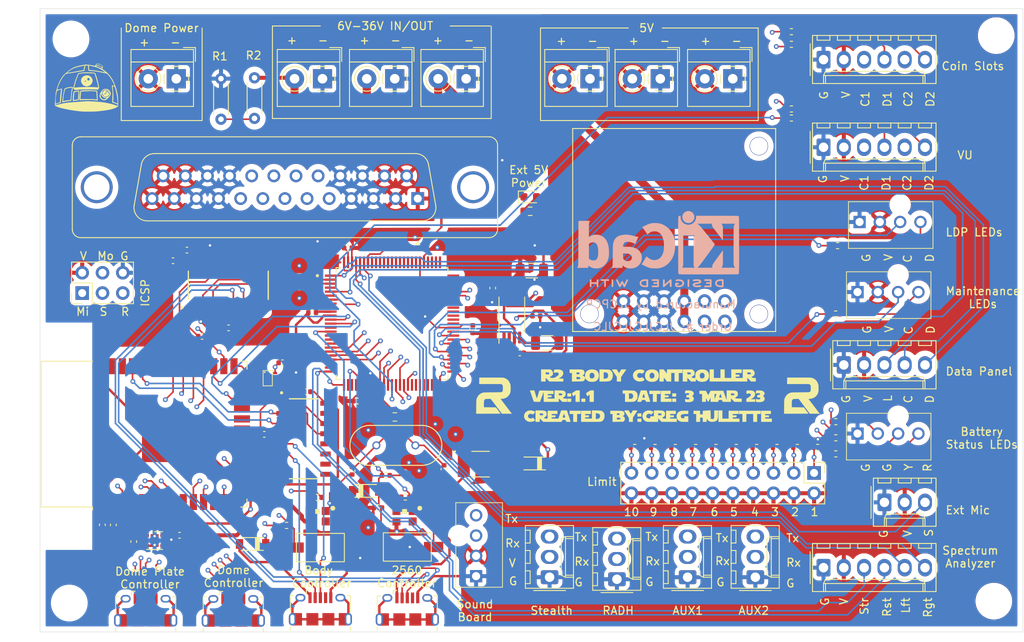
<source format=kicad_pcb>
(kicad_pcb (version 20211014) (generator pcbnew)
  (title_block (title "R2D2 LED Controller") (date "2022-01-26") (rev "1.0") (comment 1 "Created by Greg Hulette"))
  (layers (0 "F.Cu" signal) (1 "In1.Cu" signal) (2 "In2.Cu" signal) (31 "B.Cu" signal) (34 "B.Paste" user) (35 "F.Paste" user) (36 "B.SilkS" user "B.Silkscreen") (37 "F.SilkS" user "F.Silkscreen") (38 "B.Mask" user) (39 "F.Mask" user) (44 "Edge.Cuts" user))
  (net 0 "")
  (net 1 "+12V")
  (net 2 "GND")
  (net 3 "+5V")
  (net 4 "MAINT_CLOCK")
  (net 5 "LDP_CLOCK")
  (net 6 "VU1_CLOCK")
  (net 7 "VU2_CLOCK")
  (net 8 "CS2_CLOCK")
  (net 9 "CS1_CLOCK")
  (net 10 "DP_DATA_IN")
  (net 11 "DP_CLOCK")
  (net 12 "DP_LOAD")
  (net 13 "SPECTRUM_RIGHT")
  (net 14 "SPECTRUM_LEFT")
  (net 15 "VU_RESET")
  (net 16 "VU_STROBE")
  (net 17 "BATTERY_LEVEL")
  (net 18 "LDP_DATA")
  (net 19 "CS1_DATA")
  (net 20 "CS2_DATA")
  (net 21 "MAINT_DATA")
  (net 22 "VU1_DATA")
  (net 23 "VU2_DATA")
  (net 24 "Net-(C13-Pad1)")
  (net 25 "Net-(C14-Pad1)")
  (net 26 "Net-(D2-PadA)")
  (net 27 "Net-(D3-PadA)")
  (net 28 "Net-(J27-Pad4)")
  (net 29 "VBUS_DC")
  (net 30 "D-_DC")
  (net 31 "D+_DC")
  (net 32 "Net-(J27-Pad6)")
  (net 34 "TX_AUX1")
  (net 35 "RX_AUX1")
  (net 36 "GND_DC")
  (net 37 "Net-(F1-Pad1)")
  (net 38 "LIMIT7")
  (net 39 "LIMIT8")
  (net 40 "LIMIT9")
  (net 41 "LIMIT10")
  (net 42 "Net-(J6-Pad2)")
  (net 43 "Net-(J6-Pad3)")
  (net 44 "Net-(J6-Pad4)")
  (net 45 "+5V_IC")
  (net 46 "RESET_ESP")
  (net 48 "unconnected-(J10-Pad6)")
  (net 49 "EXT_MIC")
  (net 50 "+3V3")
  (net 51 "VBUS")
  (net 53 "unconnected-(J11-Pad6)")
  (net 54 "unconnected-(J14-Pad6)")
  (net 55 "VBUS_DP")
  (net 56 "LIMIT1")
  (net 57 "LIMIT2")
  (net 58 "LIMIT3")
  (net 59 "LIMIT4")
  (net 60 "LIMIT5")
  (net 61 "LIMIT6")
  (net 62 "D-_DP")
  (net 63 "D+_DP")
  (net 64 "RX_MP")
  (net 65 "RX_ST")
  (net 66 "TX_MP")
  (net 67 "TX_ST")
  (net 69 "GND_DP")
  (net 70 "unconnected-(J15-Pad6)")
  (net 71 "YELLOW_LED")
  (net 72 "XTAL1")
  (net 73 "TX_AUX2")
  (net 74 "Net-(R3-Pad1)")
  (net 75 "GREEN_LED")
  (net 76 "RED_LED")
  (net 77 "RX_AUX2")
  (net 78 "SW_BATT_IN_POS")
  (net 83 "RESET_2560")
  (net 92 "XTAL2")
  (net 131 "Net-(J4-Pad4)")
  (net 132 "Net-(J5-Pad4)")
  (net 133 "Net-(J5-Pad6)")
  (net 136 "Net-(J9-Pad4)")
  (net 144 "Net-(D1-Pad2)")
  (net 155 "D-_2560")
  (net 158 "unconnected-(J22-Pad0)")
  (net 163 "D+_2560")
  (net 164 "D-_ESP")
  (net 168 "Net-(L2-Pad3)")
  (net 169 "Net-(L3-Pad3)")
  (net 170 "RX_RD")
  (net 171 "TX_RD")
  (net 179 "D+_ESP")
  (net 180 "ST_LED_D_2560")
  (net 181 "ST_LED_D_ESP")
  (net 182 "RXD0_2560")
  (net 183 "TXD0_2560")
  (net 184 "RX_2560")
  (net 185 "TX_2560")
  (net 187 "GPIO0_ESP")
  (net 188 "RXD0_ESP")
  (net 189 "TXD0_ESP")
  (net 190 "DTR_ESP")
  (net 191 "RTS_ESP")
  (footprint "Connector_Molex:Molex_KK-254_AE-6410-03A_1x03_P2.54mm_Vertical" (layer "F.Cu") (at 156.038 113.146 90)
    (fp_text reference "J24")
    (fp_text value "AUX1" hide)
  )
  (footprint "Capacitor_SMD:C_0402_1005Metric" (layer "F.Cu") (at 103.064 95.268 180)
    (fp_text reference "C11")
    (fp_text value ".1uF" hide)
  )
  (footprint "Connector_USB:USB_Micro-B_Amphenol_10118194_Horizontal" (layer "F.Cu") (at 88.216 117.242)
    (fp_text reference "J15")
    (fp_text value "Dome Plate Controller USB" hide)
  )
  (footprint "Logos:R2_Logo_V2" (layer "F.Cu") (at 170.33 90.778352)
    (fp_text reference "G***")
    (fp_text value "LOGO" hide)
  )
  (footprint "TerminalBlock_4Ucon:TerminalBlock_4Ucon_1x02_P3.50mm_Horizontal" (layer "F.Cu") (at 152.618 50.77 180)
    (fp_text reference "J19")
    (fp_text value "5V_OUT_3" hide)
  )
  (footprint "MountingHole:MountingHole_3.2mm_M3" (layer "F.Cu") (at 78.66 116.38)
    (fp_text reference "REF**")
    (fp_text value "MountingHole_3.2mm_M3" hide)
  )
  (footprint "Resistor_SMD:R_0603_1608Metric" (layer "F.Cu") (at 119.404 93.092 180)
    (fp_text reference "R1")
    (fp_text value "1M" hide)
  )
  (footprint "Resistor_SMD:R_0402_1005Metric" (layer "F.Cu") (at 154.503554 96.906)
    (fp_text reference "R25")
    (fp_text value "10K" hide)
  )
  (footprint "Package_SO:TSSOP-8_4.4x3mm_P0.65mm" (layer "F.Cu") (at 134.04 80.286 90)
    (fp_text reference "U3")
    (fp_text value "TPS2115APW" hide)
  )
  (footprint "Resistor_SMD:R_0402_1005Metric" (layer "F.Cu") (at 159.591108 96.906)
    (fp_text reference "R23")
    (fp_text value "10K" hide)
  )
  (footprint "Capacitor_SMD:C_0402_1005Metric" (layer "F.Cu") (at 125.554 99.626 -90)
    (fp_text reference "C2")
    (fp_text value "20pF" hide)
  )
  (footprint "Logos:Dome_Icon" (layer "F.Cu") (at 80.834 51.888)
    (fp_text reference "G***")
    (fp_text value "LOGO" hide)
  )
  (footprint "TerminalBlock_4Ucon:TerminalBlock_4Ucon_1x02_P3.50mm_Horizontal" (layer "F.Cu") (at 110.348 50.77 180)
    (fp_text reference "J12")
    (fp_text value "UnSW_BATT_IN" hide)
  )
  (footprint "Resistor_SMD:R_0402_1005Metric" (layer "F.Cu") (at 149.416 96.906)
    (fp_text reference "R28")
    (fp_text value "10K" hide)
  )
  (footprint "Resistor_SMD:R_0402_1005Metric" (layer "F.Cu") (at 172.31 96.906)
    (fp_text reference "R29")
    (fp_text value "10K" hide)
  )
  (footprint "Resistor_SMD:R_0402_1005Metric" (layer "F.Cu") (at 167.222439 96.906)
    (fp_text reference "R16")
    (fp_text value "10K" hide)
  )
  (footprint "TerminalBlock_4Ucon:TerminalBlock_4Ucon_1x02_P3.50mm_Horizontal" (layer "F.Cu") (at 119.388 50.77 180)
    (fp_text reference "J23")
    (fp_text value "Amplifier_POW" hide)
  )
  (footprint "Resistor_SMD:R_0402_1005Metric" (layer "F.Cu") (at 151.959777 96.906)
    (fp_text reference "R27")
    (fp_text value "10K" hide)
  )
  (footprint "Resistor_SMD:R_0402_1005Metric" (layer "F.Cu") (at 117.288 104.462)
    (fp_text reference "R17")
    (fp_text value "10K" hide)
  )
  (footprint "Capacitor_SMD:C_0402_1005Metric" (layer "F.Cu") (at 93.38 72.216)
    (fp_text reference "C4")
    (fp_text value ".1uF" hide)
  )
  (footprint "Resistor_SMD:R_0402_1005Metric" (layer "F.Cu") (at 169.026 55.688)
    (fp_text reference "R10")
    (fp_text value "220" hide)
  )
  (footprint "Custom:SOD3716X135N" (layer "F.Cu") (at 101.6005 108.9845 180)
    (fp_text reference "D2")
    (fp_text value "B5819W-TP" hide)
  )
  (footprint "Resistor_SMD:R_0402_1005Metric" (layer "F.Cu") (at 164.678662 96.906)
    (fp_text reference "R21")
    (fp_text value "10K" hide)
  )
  (footprint "Connector_Molex:Molex_KK-254_AE-6410-06A_1x06_P2.54mm_Vertical" (layer "F.Cu") (at 173.044 48.378)
    (fp_text reference "J5")
    (fp_text value "Coin Slots" hide)
  )
  (footprint "Resistor_SMD:R_0603_1608Metric" (layer "F.Cu") (at 136.34 67.356 180)
    (fp_text reference "R2")
    (fp_text value "200" hide)
  )
  (footprint "Capacitor_SMD:C_0402_1005Metric" (layer "F.Cu") (at 84.17 106.606 -90)
    (fp_text reference "C6")
    (fp_text value ".1uF" hide)
  )
  (footprint "Custom:UMT6" (layer "F.Cu") (at 103.493 88.2458)
    (fp_text reference "U6")
    (fp_text value "UMH3N" hide)
  )
  (footprint "Custom:SOD3716X135N" (layer "F.Cu") (at 136.9065 98.9105 180)
    (fp_text reference "D3")
    (fp_text value "B5819W-TP")
  )
  (footprint "Custom:SOD3716X135N" (layer "F.Cu") (at 115.7485 102.3445)
    (fp_text reference "D4")
    (fp_text value "B5819W-TP")
  )
  (footprint "Resistor_SMD:R_0402_1005Metric" (layer "F.Cu") (at 169.026 54.55)
    (fp_text reference "R11")
    (fp_text value "220" hide)
  )
  (footprint "Resistor_THT:R_Axial_DIN0204_L3.6mm_D1.6mm_P5.08mm_Horizontal" (layer "F.Cu") (at 97.642 55.836 90)
    (fp_text reference "R1")
    (fp_text value "22K")
  )
  (footprint "Custom:SOIC127P600X180-16N" (layer "F.Cu") (at 107.975 95.822)
    (fp_text reference "U5")
    (fp_text value "CH340C" hide)
  )
  (footprint "Resistor_SMD:R_1206_3216Metric" (layer "F.Cu") (at 138.47 83.83)
    (fp_text reference "R3")
    (fp_text value "400" hide)
  )
  (footprint "Resistor_SMD:R_0402_1005Metric" (layer "F.Cu") (at 169.766216 96.906)
    (fp_text reference "R15")
    (fp_text value "10K" hide)
  )
  (footprint "Capacitor_SMD:C_0402_1005Metric" (layer "F.Cu") (at 135.036 85.072)
    (fp_text reference "C7")
    (fp_text value ".1uF" hide)
  )
  (footprint "Connector_Molex:Molex_KK-254_AE-6410-06A_1x06_P2.54mm_Vertical" (layer "F.Cu") (at 173.044 111.952)
    (fp_text reference "J8")
    (fp_text value "Spectrum Analyzer" hide)
  )
  (footprint "TerminalBlock_4Ucon:TerminalBlock_4Ucon_1x02_P3.50mm_Horizontal" (layer "F.Cu") (at 143.816 50.77 180)
    (fp_text reference "J18")
    (fp_text value "RASP_POW" hide)
  )
  (footprint "Connector_USB:USB_Micro-B_Amphenol_10118194_Horizontal" (layer "F.Cu") (at 110.0825 117.11)
    (fp_text reference "J11")
    (fp_text value "ESP USB" hide)
  )
  (footprint "Resistor_THT:R_Axial_DIN0204_L3.6mm_D1.6mm_P5.08mm_Horizontal" (layer "F.Cu") (at 101.836 50.65 -90)
    (fp_text reference "R2")
    (fp_text value "57K")
  )
  (footprint "Connector_Molex:Molex_KK-254_AE-6410-06A_1x06_P2.54mm_Vertical" (layer "F.Cu") (at 173.044 59.344571)
    (fp_text reference "J27")
    (fp_text value "Vu Data Panel" hide)
  )
  (footprint "Custom:WS2812B-2020" (layer "F.Cu") (at 109.74 105.515)
    (fp_text reference "L2")
    (fp_text value "WS2812B-2020" hide)
  )
  (footprint "Capacitor_SMD:C_0402_1005Metric" (layer "F.Cu") (at 105.338 86.312)
    (fp_text reference "C5")
    (fp_text value ".1uF" hide)
  )
  (footprint "RF_Module:ESP32-WROOM-32" (layer "F.Cu") (at 91.014 95.242 90)
    (fp_text reference "U4")
    (fp_text value "ESP32-WROOM-32D_16MB_" hide)
  )
  (footprint "Connector_Molex:Molex_KK-254_AE-6410-03A_1x03_P2.54mm_Vertical" (layer "F.Cu") (at 138.764 113.146 90)
    (fp_text reference "J25")
    (fp_text value "Stealth" hide)
  )
  (footprint "Capacitor_SMD:C_0402_1005Metric" (layer "F.Cu") (at 109.054 80.034 180)
    (fp_text reference "C20")
    (fp_text value ".1uF" hide)
  )
  (footprint "Capacitor_SMD:C_0402_1005Metric" (layer "F.Cu") (at 98.598 81.94)
    (fp_text reference "C14")
    (fp_text value ".1uF" hide)
  )
  (footprint "Capacitor_SMD:C_0402_1005Metric" (layer "F.Cu") (at 95.272 83.002)
    (fp_text reference "C13")
    (fp_text value ".1uF" hide)
  )
  (footprint "Custom:FUSM4632X85" (layer "F.Cu") (at 130.1305 98.9965)
    (fp_text reference "F1")
    (fp_text value "MF-MSMF050-2" hide)
  )
  (footprint "Connector_USB:USB_Micro-B_Amphenol_10118194_Horizontal" (layer "F.Cu") (at 120.9605 117.134)
    (fp_text reference "J10")
    (fp_text value "2560 USB" hide)
  )
  (footprint "MountingHole:MountingHole_3.2mm_M3" (layer "F.Cu") (at 194.36 116.14)
    (fp_text reference "REF**")
    (fp_text value "MountingHole_3.2mm_M3" hide)
  )
  (footprint "Connector_USB:USB_Micro-B_Amphenol_10118194_Horizontal" (layer "F.Cu") (at 99.184 117.268)
    (fp_text reference "J14")
    (fp_text value "Dome Controller USB" hide)
  )
  (footprint "Custom:SOIC127P600X180-16N" (layer "F.Cu") (at 98.557 76.616 90)
    (fp_text reference "U2")
    (fp_text value "CH340C" hide)
  )
  (footprint "Resistor_SMD:R_0402_1005Metric" (layer "F.Cu") (at 162.134885 96.906)
    (fp_text reference "R22")
    (fp_text value "10K" hide)
  )
  (footprint "Connector_PinHeader_2.54mm:PinHeader_2x10_P2.54mm_Vertical" (layer "F.Cu") (at 171.864 100.098 -90)
    (fp_text reference "J3")
    (fp_text value "Conn_02x10_Odd_Even" hide)
  )
  (footprint "Capacitor_SMD:C_0402_1005Metric" (layer "F.Cu") (at 82.794 106.584 -90)
    (fp_text reference "C12")
    (fp_text value "10uF" hide)
  )
  (footprint "Capacitor_SMD:C_0402_1005Metric" (layer "F.Cu") (at 137.106 80.462)
    (fp_text reference "C8")
    (fp_text value ".1uF" hide)
  )
  (footprint "TerminalBlock_4Ucon:TerminalBlock_4Ucon_1x02_P3.50mm_Horizontal" (layer "F.Cu") (at 92.044 50.77 180)
    (fp_text reference "J21")
    (fp_text value "Dome Electronics Power In" hide)
  )
  (footprint "Resistor_SMD:R_0402_1005Metric" (layer "F.Cu") (at 174.806 71.654 180)
    (fp_text reference "R6")
    (fp_text value "220" hide)
  )
  (footprint "Capacitor_SMD:C_0402_1005Metric" (layer "F.Cu") (at 131.648 76.962 -90)
    (fp_text reference "C9")
    (fp_text value "10uF" hide)
  )
  (footprint "Capacitor_SMD:C_0402_1005Metric" (layer "F.Cu") (at 114.714 91.096)
    (fp_text reference "C21")
    (fp_text value ".1uF" hide)
  )
  (footprint "TerminalBlock_4Ucon:TerminalBlock_4Ucon_1x02_P3.50mm_Horizontal" (layer "F.Cu") (at 161.69 50.77 180)
    (fp_text reference "J17")
    (fp_text value "RADH_POW" hide)
  )
  (footprint "Pololu:D36V50F5-STEPDOWN" (layer "F.Cu") (at 154.355 69.699)
    (fp_text reference "U14")
    (fp_text value "D36V50F5-STEPDOWN" hide)
  )
  (footprint "Capacitor_SMD:C_0402_1005Metric" (layer "F.Cu") (at 86.72 108.686 -90)
    (fp_text reference "C18")
    (fp_text value "1uF" hide)
  )
  (footprint "Capacitor_SMD:C_0402_1005Metric" (layer "F.Cu") (at 114.046 99.822 -90)
    (fp_text reference "C1")
    (fp_text value "20pF" hide)
  )
  (footprint "Connector_Molex:Molex_KK-254_AE-6410-03A_1x03_P2.54mm_Vertical" (layer "F.Cu") (at 147.192 113.4 90)
    (fp_text reference "J26")
    (fp_text value "RADH" hide)
  )
  (footprint "Connector_Molex:Molex_KK-254_AE-6410-03A_1x03_P2.54mm_Vertical" (layer "F.Cu") (at 180.664 103.779426)
    (fp_text reference "J1")
    (fp_text value "Ext Mic" hide)
  )
  (footprint "Custom:470531000" (layer "F.Cu") (at 177.299 95.169855 180)
    (fp_text reference "J6")
    (fp_text value "CBI Batt LEDS" hide)
  )
  (footprint "LED_SMD:LED_0603_1608Metric" (layer "F.Cu") (at 136.34 65.552)
    (fp_text reference "D1")
    (fp_text value "LED" hide)
  )
  (footprint "Capacitor_SMD:C_0402_1005Metric" (layer "F.Cu") (at 91.64 73.542)
    (fp_text reference "C3")
    (fp_text value "10uF" hide)
  )
  (footprint "Custom:WS2812B-2020" (layer "F.Cu") (at 120.618 105.515)
    (fp_text reference "L3")
    (fp_text value "WS2812B-2020" hide)
  )
  (footprint "Connector_Molex:Molex_KK-254_AE-6410-03A_1x03_P2.54mm_Vertical" (layer "F.Cu") (at 164.514 113.146 90)
    (fp_text reference "J37")
    (fp_text value "AUX2" hide)
  )
  (footprint "Resistor_SMD:R_0402_1005Metric" (layer "F.Cu") (at 105.852 106.666)
    (fp_text reference "R20")
    (fp_text value "10K" hide)
  )
  (footprint "Custom:XTAL_HC49P488W46L1150T500H350" (layer "F.Cu") (at 119.528 96.648)
    (fp_text reference "Y1")
    (fp_text value "16MHz" hide)
  )
  (footprint "Resistor_SMD:R_0402_1005Metric" (layer "F.Cu") (at 169.026 44.878 180)
    (fp_text reference "R9")
    (fp_text value "220" hide)
  )
  (footprint "Resistor_SMD:R_0402_1005Metric" (layer "F.Cu") (at 174.584 93.688 180)
    (fp_text reference "R12")
    (fp_text value "220" hide)
  )
  (footprint "Custom:GT-TC057A-H050-L1" (layer "F.Cu") (at 110.0825 109.436)
    (fp_text reference "SW2")
    (fp_text value "SW_Push" hide)
  )
  (footprint "Capacitor_SMD:C_0402_1005Metric" (layer "F.Cu") (at 113.538 71.944 180)
    (fp_text reference "C15")
    (fp_text value ".1uF" hide)
  )
  (footprint "MountingHole:MountingHole_3.2mm_M3" (layer "F.Cu") (at 78.87 45.79)
    (fp_text reference "REF**")
    (fp_text value "MountingHole_3.2mm_M3" hide)
  )
  (footprint "Resistor_SMD:R_0402_1005Metric" (layer "F.Cu") (at 174.584 97.71 180)
    (fp_text reference "R14")
    (fp_text value "220" hide)
  )
  (footprint "Resistor_SMD:R_0402_1005Metric" (layer "F.Cu") (at 120.716 103.116)
    (fp_text reference "R26")
    (fp_text value "220" hide)
  )
  (footprint "Custom:470531000" (layer "F.Cu") (at 129.567 113.013 -90)
    (fp_text reference "J13")
    (fp_text value "Sound Board" hide)
  )
  (footprint "Custom:GT-TC057A-H050-L1" (layer "F.Cu") (at 120.9605 109.364)
    (fp_text reference "SW1")
    (fp_text value "2560 Reset" hide)
  )
  (footprint "Custom:QFP50P1600X1600X120-100N" (layer "F.Cu") (at 119.045 81.411)
    (fp_text reference "U1")
    (fp_text value "ATMEGA256016AU" hide)
  )
  (footprint "Custom:470531000" (layer "F.Cu") (at 177.299 77.464713 180)
    (fp_text reference "J9")
    (fp_text value "Maintenance" hide)
  )
  (footprint "Resistor_SMD:R_0402_1005Metric" (layer "F.Cu") (at 109.72 103.158)
    (fp_text reference "R5")
    (fp_text value "220" hide)
  )
  (footprint "Custom:470531000" (layer "F.Cu") (at 177.553 68.694142 180)
    (fp_text reference "J4")
    (fp_text value "LDP" hide)
  )
  (footprint "MountingHole:MountingHole_3.2mm_M3" (layer "F.Cu") (at 194.66 45.37)
    (fp_text reference "REF**")
    (fp_text value "MountingHole_3.2mm_M3" hide)
  )
  (footprint "TerminalBlock_4Ucon:TerminalBlock_4Ucon_1x02_P3.50mm_Horizontal" (layer "F.Cu") (at 128.32 50.77 180)
    (fp_text reference "J16")
    (fp_text value "UnSW_BATT_PASS" hide)
  )
  (footprint "Resistor_SMD:R_1206_3216Metric" (layer "F.Cu") (at 136.542 74.78)
    (fp_text reference "R4")
    (fp_text value "400" hide)
  )
  (footprint "Connector_PinHeader_2.54mm:PinHeader_2x03_P2.54mm_Vertical" (layer "F.Cu") (at 80.276 77.588 90)
    (fp_text reference "J20")
    (fp_text value "ICSP" hide)
  )
  (footprint "Resistor_SMD:R_0402_1005Metric" (layer "F.Cu") (at 169.026 46.46 180)
    (fp_text reference "R8")
    (fp_text value "220" hide)
  )
  (footprint "Capacitor_SMD:C_0402_1005Metric" (layer "F.Cu") (at 129.15 82.108 90)
    (fp_text reference "C16")
    (fp_text value ".1uF" hide)
  )
  (footprint "Logos:R2_Logo_V2" (layer "F.Cu") (at 131.801044 90.778352)
    (fp_text reference "G***")
    (fp_text value "LOGO" hide)
  )
  (footprint "Connector_Dsub:DSUB-25_Male_Vertical_P2.77x2.84mm_MountingHoles" (layer "F.Cu") (at 122.266 65.763338 180)
    (fp_text reference "J22")
    (fp_text value "DB25_Male_MountingHoles" hide)
  )
  (footprint "Logos:BodyControllerv1.1" (layer "F.Cu") (at 151.075036 90.424)
    (fp_text reference "G***")
    (fp_text value "LOGO" hide)
  )
  (footprint "Connector_Molex:Molex_KK-254_AE-6410-05A_1x05_P2.54mm_Vertical" (layer "F.Cu") (at 175.584 86.582284)
    (fp_text reference "J7")
    (fp_text value "Data Panel/ CBI" hide)
  )
  (footprint "Capacitor_SMD:C_0402_1005Metric" (layer "F.Cu") (at 92.458 107.9)
    (fp_text reference "C17")
    (fp_text value "1uF" hide)
  )
  (footprint "Resistor_SMD:R_0402_1005Metric" (layer "F.Cu") (at 174.564 80.214)
    (fp_text reference "R7")
    (fp_text value "220" hide)
  )
  (footprint "Package_SON:WSON-6-1EP_2x2mm_P0.65mm_EP1x1.6mm_ThermalVias" (layer "F.Cu") (at 89.338 108.558)
    (fp_text reference "U7")
    (fp_text value "LP5912-3.3DRV" hide)
  )
  (footprint "Resistor_SMD:R_0402_1005Metric" (layer "F.Cu") (at 174.584 95.699 180)
    (fp_text reference "R13")
    (fp_text value "220" hide)
  )
  (footprint "Capacitor_SMD:C_0402_1005Metric" (layer "F.Cu") (at 118.272 100.402)
    (fp_text reference "C19")
    (fp_text value ".1uF" hide)
  )
  (footprint "Resistor_SMD:R_0402_1005Metric" (layer "F.Cu") (at 157.047331 96.906)
    (fp_text reference "R24")
    (fp_text value "10K" hide)
  )
  (footprint "Capacitor_SMD:C_0402_1005Metric" (layer "F.Cu") (at 108.354 89.932 180)
    (fp_text reference "C10")
    (fp_text value "10uF" hide)
  )
  (footprint "Symbol:KiCad-Logo2_8mm_SilkScreen" (layer "B.Cu") (at 152.35 71.26 180)
    (fp_text reference "REF**")
    (fp_text value "KiCad-Logo2_8mm_SilkScreen" hide)
  )
  (gr_line (start 85.164 56) (end 85.164 44.42) (layer "F.SilkS") (width 0.12))
  (gr_line (start 95.284 56) (end 95.284 44.42) (layer "F.SilkS") (width 0.12))
  (gr_line (start 152.87 44.42) (end 164.87 44.42) (layer "F.SilkS") (width 0.12))
  (gr_line (start 104.08 44.166) (end 110.08 44.166) (layer "F.SilkS") (width 0.12))
  (gr_line (start 126.33 44.166) (end 131.33 44.166) (layer "F.SilkS") (width 0.12))
  (gr_line (start 85.164 56) (end 95.284 56) (layer "F.SilkS") (width 0.12))
  (gr_line (start 164.87 56) (end 164.87 44.4) (layer "F.SilkS") (width 0.12))
  (gr_line (start 104.08 55.706) (end 104.08 44.166) (layer "F.SilkS") (width 0.12))
  (gr_line (start 131.46 55.746) (end 131.46 44.166) (layer "F.SilkS") (width 0.12))
  (gr_line (start 137.62 56) (end 164.87 56) (layer "F.SilkS") (width 0.12))
  (gr_line (start 137.63 56) (end 137.62 44.42) (layer "F.SilkS") (width 0.12))
  (gr_line (start 104.08 55.746) (end 131.46 55.746) (layer "F.SilkS") (width 0.12))
  (gr_line (start 137.62 44.42) (end 148.62 44.42) (layer "F.SilkS") (width 0.12))
  (gr_line (start 75 120) (end 198 120) (layer "Edge.Cuts") (width 0.05))
  (gr_line (start 198 120) (end 198 42) (layer "Edge.Cuts") (width 0.05))
  (gr_line (start 198 42) (end 75 42) (layer "Edge.Cuts") (width 0.05))
  (gr_line (start 75 42) (end 75 120) (layer "Edge.Cuts") (width 0.05))
  (gr_text "Order #: JLCJLCJLCJLC" (at 152.908 81.788) (layer "B.SilkS") (effects (font (size 1 1)) (justify mirror)))
  (gr_text "Manufactured by JLCPCB" (at 152.654 78.994) (layer "B.SilkS") (effects (font (size 1 1)) (justify mirror)))
  (gr_text "C2" (at 183.51 63.804191 90) (layer "F.SilkS") (effects (font (size 1 1))))
  (gr_text "5" (at 161.83 104.99) (layer "F.SilkS") (effects (font (size 1 1))))
  (gr_text "Mi" (at 80.34 79.916) (layer "F.SilkS") (effects (font (size 1 1))))
  (gr_text "4" (at 164.46 104.99) (layer "F.SilkS") (effects (font (size 1 1))))
  (gr_text "+" (at 115.61 45.956) (layer "F.SilkS") (effects (font (size 1 1))))
  (gr_text "Rgt" (at 186.1 116.941904 90) (layer "F.SilkS") (effects (font (size 1 1))))
  (gr_text "Sound\nBoard" (at 129.43 117.33) (layer "F.SilkS") (effects (font (size 1 1))))
  (gr_text "6V-36V IN/OUT" (at 118.19 44.166) (layer "F.SilkS") (effects (font (size 1 1))))
  (gr_text "Str" (at 178.15 116.775238 90) (layer "F.SilkS") (effects (font (size 1 1))))
  (gr_text "Body \nController" (at 110.23 113.1) (layer "F.SilkS") (effects (font (size 1 1))))
  (gr_text "C1" (at 178.27 53.314 90) (layer "F.SilkS") (effects (font (size 1 1))))
  (gr_text "D1" (at 181.03 53.314 90) (layer "F.SilkS") (effects (font (size 1 1))))
  (gr_text "G" (at 160.144286 113.77) (layer "F.SilkS") (effects (font (size 1 1))))
  (gr_text "R" (at 85.65 79.936) (layer "F.SilkS") (effects (font (size 1 1))))
  (gr_text "10" (at 149.02 104.99) (layer "F.SilkS") (effects (font (size 1 1))))
  (gr_text "Rx" (at 169.299048 111.32) (layer "F.SilkS") (effects (font (size 1 1))))
  (gr_text "Maintenance\nLEDs" (at 192.988095 78.15) (layer "F.SilkS") (effects (font (size 1 1))))
  (gr_text "-" (at 119.5 45.956) (layer "F.SilkS") (effects (font (size 1 1))))
  (gr_text "Ext 5V\nPower" (at 136.144 62.992) (layer "F.SilkS") (effects (font (size 1 1))))
  (gr_text "G" (at 85.55 72.964) (layer "F.SilkS") (effects (font (size 1 1))))
  (gr_text "Tx" (at 142.68 108.13) (layer "F.SilkS") (effects (font (size 1 1))))
  (gr_text "Tx" (at 169.18 108.26) (layer "F.SilkS") (effects (font (size 1 1))))
  (gr_text "S" (at 82.94 79.926) (layer "F.SilkS") (effects (font (size 1 1))))
  (gr_text "7" (at 156.73 104.99) (layer "F.SilkS") (effects (font (size 1 1))))
  (gr_text "S" (at 186.22 107.59 90) (layer "F.SilkS") (effects (font (size 1 1))))
  (gr_text "L" (at 181.09 90.764762 90) (layer "F.SilkS") (effects (font (size 1 1))))
  (gr_text "D2" (at 186.27 63.804191 90) (layer "F.SilkS") (effects (font (size 1 1))))
  (gr_text "-" (at 110.41 45.956) (layer "F.SilkS") (effects (font (size 1 1))))
  (gr_text "-" (at 144.14 46.02) (layer "F.SilkS") (effects (font (size 1 1))))
  (gr_text "V" (at 181.16 73.118572 90) (layer "F.SilkS") (effects (font (size 1 1))))
  (gr_text "C" (at 183.65 90.86 90) (layer "F.SilkS") (effects (font (size 1 1))))
  (gr_text "C1" (at 178.14 63.804191 90) (layer "F.SilkS") (effects (font (size 1 1))))
  (gr_text "G" (at 173.22 116.203809 90) (layer "F.SilkS") (effects (font (size 1 1))))
  (gr_text "Coin Slots" (at 191.742 49.19) (layer "F.SilkS") (effects (font (size 1 1))))
  (gr_text "G" (at 168.894286 113.91) (layer "F.SilkS") (effects (font (size 1 1))))
  (gr_text "+" (at 124.79 45.956) (layer "F.SilkS") (effects (font (size 1 1))))
  (gr_text "-" (at 153.19 46.02) (layer "F.SilkS") (effects (font (size 1 1))))
  (gr_text "V" (at 183.57 107.68 90) (layer "F.SilkS") (effects (font (size 1 1))))
  (gr_text "G" (at 175.87 90.86 90) (layer "F.SilkS") (effects (font (size 1 1))))
  (gr_text "Y" (at 183.69 99.368572 90) (layer "F.SilkS") (effects (font (size 1 1))))
  (gr_text "5V" (at 150.9 44.42) (layer "F.SilkS") (effects (font (size 1 1))))
  (gr_text "Rx" (at 160.399048 111.13) (layer "F.SilkS") (effects (font (size 1 1))))
  (gr_text "Rst" (at 180.99 116.894285 90) (layer "F.SilkS") (effects (font (size 1 1))))
  (gr_text "8" (at 154.36 104.99) (layer "F.SilkS") (effects (font (size 1 1))))
  (gr_text "3" (at 166.97 104.99) (layer "F.SilkS") (effects (font (size 1 1))))
  (gr_text "G" (at 134.194286 113.65) (layer "F.SilkS") (effects (font (size 1 1))))
  (gr_text "G" (at 151.254286 113.74) (layer "F.SilkS") (effects (font (size 1 1))))
  (gr_text "V" (at 175.85 52.766381 90) (layer "F.SilkS") (effects (font (size 1 1))))
  (gr_text "R" (at 186.06 99.44 90) (layer "F.SilkS") (effects (font (size 1 1))))
  (gr_text "Battery\nStatus LEDs" (at 192.845238 95.74) (layer "F.SilkS") (effects (font (size 1 1))))
  (gr_text "2560\nController" (at 120.9 113.1) (layer "F.SilkS") (effects (font (size 1 1))))
  (gr_text "2" (at 169.47 104.99) (layer "F.SilkS") (effects (font (size 1 1))))
  (gr_text "V" (at 134.1 111.37) (layer "F.SilkS") (effects (font (size 1 1))))
  (gr_text "-" (at 128.68 45.956) (layer "F.SilkS") (effects (font (size 1 1))))
  (gr_text "1" (at 171.92 104.99) (layer "F.SilkS") (effects (font (size 1 1))))
  (gr_text "Rx" (at 142.799048 111.19) (layer "F.SilkS") (effects (font (size 1 1))))
  (gr_text "D" (at 186.44 82.168572 90) (layer "F.SilkS") (effects (font (size 1 1))))
  (gr_text "Tx" (at 134.01 105.84) (layer "F.SilkS") (effects (font (size 1 1))))
  (gr_text "C" (at 183.68 82.24 90) (layer "F.SilkS") (effects (font (size 1 1))))
  (gr_text "+" (at 88.054 46.21) (layer "F.SilkS") (effects (font (size 1 1))))
  (gr_text "G" (at 180.57 107.73 90) (layer "F.SilkS") (effects (font (size 1 1))))
  (gr_text "G" (at 178.4 73.19 90) (layer "F.SilkS") (effects (font (size 1 1))))
  (gr_text "-" (at 91.944 46.21) (layer "F.SilkS") (effects (font (size 1 1))))
  (gr_text "Tx" (at 160.35 108.24) (layer "F.SilkS") (effects (font (size 1 1))))
  (gr_text "Limit" (at 145.3 101.2) (layer "F.SilkS") (effects (font (size 1 1))))
  (gr_text "Lft" (at 183.33 116.68 90) (layer "F.SilkS") (effects (font (size 1 1))))
  (gr_text "Dome Power" (at 90.204 44.42) (layer "F.SilkS") (effects (font (size 1 1))))
  (gr_text "+" (at 106.52 45.956) (layer "F.SilkS") (effects (font (size 1 1))))
  (gr_text "Rx" (at 151.659048 111.15) (layer "F.SilkS") (effects (font (size 1 1))))
  (gr_text "+" (at 149.3 46.02) (layer "F.SilkS") (effects (font (size 1 1))))
  (gr_text "C" (at 183.58 73.27 90) (layer "F.SilkS") (effects (font (size 1 1))))
  (gr_text "AUX2" (at 164.318 117.33) (layer "F.SilkS") (effects (font (size 1 1))))
  (gr_text "D2" (at 186.4 53.314 90) (layer "F.SilkS") (effects (font (size 1 1))))
  (gr_text "-" (at 162.18 46.02) (layer "F.SilkS") (effects (font (size 1 1))))
  (gr_text "9" (at 151.76 104.99) (layer "F.SilkS") (effects (font (size 1 1))))
  (gr_text "V" (at 178.63 90.788572 90) (layer "F.SilkS") (effects (font (size 1 1))))
  (gr_text "RADH" (at 147.344 117.33) (layer "F.SilkS") (effects (font (size 1 1))))
  (gr_text "G" (at 173.09 52.837809 90) (layer "F.SilkS") (effects (font (size 1 1))))
  (gr_text "6" (at 159.4 104.99) (layer "F.SilkS") (effects (font (size 1 1))))
  (gr_text "V" (at 175.72 63.256572 90) (layer "F.SilkS") (effects (font (size 1 1))))
  (gr_text "G" (at 142.394286 113.78) (layer "F.SilkS") (effects (font (size 1 1))))
  (gr_text "Tx" (at 151.54 108.09) (layer "F.SilkS") (effects (font (size 1 1))))
  (gr_text "AUX1" (at 156.056 117.33) (layer "F.SilkS") (effects (font (size 1 1))))
  (gr_text "Spectrum\nAnalyzer" (at 191.417619 110.61) (layer "F.SilkS") (effects (font (size 1 1))))
  (gr_text "D1" (at 180.9 63.804191 90) (layer "F.SilkS") (effects (font (size 1 1))))
  (gr_text "C2" (at 183.64 53.314 90) (layer "F.SilkS") (effects (font (size 1 1))))
  (gr_text "Dome\nController" (at 99.21 113.05) (layer "F.SilkS") (effects (font (size 1 1))))
  (gr_text "LDP LEDs" (at 191.892857 69.98) (layer "F.SilkS") (effects (font (size 1 1))))
  (gr_text "+" (at 140.25 46.02) (layer "F.SilkS") (effects (font (size 1 1))))
  (gr_text "G" (at 172.96 63.328 90) (layer "F.SilkS") (effects (font (size 1 1))))
  (gr_text "G" (at 178.5 82.16 90) (layer "F.SilkS") (effects (font (size 1 1))))
  (gr_text "V" (at 175.58 116.18 90) (layer "F.SilkS") (effects (font (size 1 1))))
  (gr_text "G" (at 178.33 99.44 90) (layer "F.SilkS") (effects (font (size 1 1))))
  (gr_text "Data Panel" (at 192.511904 87.39) (layer "F.SilkS") (effects (font (size 1 1))))
  (gr_text "Ext Mic" (at 191.107143 104.76) (layer "F.SilkS") (effects (font (size 1 1))))
  (gr_text "+" (at 158.29 46.02) (layer "F.SilkS") (effects (font (size 1 1))))
  (gr_text "Stealth" (at 139.024 117.33) (layer "F.SilkS") (effects (font (size 1 1))))
  (gr_text "V" (at 80.43 72.954) (layer "F.SilkS") (effects (font (size 1 1))))
  (gr_text "D" (at 186.33 90.86 90) (layer "F.SilkS") (effects (font (size 1 1))))
  (gr_text "Rx" (at 134.129048 108.9) (layer "F.SilkS") (effects (font (size 1 1))))
  (gr_text "Dome Plate\nController" (at 88.76 113.23) (layer "F.SilkS") (effects (font (size 1 1))))
  (gr_text "V" (at 181.26 82.088572 90) (layer "F.SilkS") (effects (font (size 1 1))))
  (gr_text "D" (at 186.34 73.198572 90) (layer "F.SilkS") (effects (font (size 1 1))))
  (gr_text "ICSP" (at 88.16 77.57 90) (layer "F.SilkS") (effects (font (size 1 1))))
  (gr_text "VU\n" (at 190.758571 60.33) (layer "F.SilkS") (effects (font (size 1 1))))
  (gr_text "G" (at 181.01 99.44 90) (layer "F.SilkS") (effects (font (size 1 1))))
  (gr_text "Mo" (at 83.21 72.934) (layer "F.SilkS") (effects (font (size 1 1))))
  (segment (start 113.284 55.372) (end 115.888 52.768) (width 1) (layer "F.Cu") (net 1))
  (segment (start 124.82 50.77) (end 128.406 54.356) (width 1) (layer "F.Cu") (net 1))
  (segment (start 155.625 69.011) (end 155.625 78.589) (width 1) (layer "F.Cu") (net 1))
  (segment (start 109.22 55.372) (end 113.284 55.372) (width 1) (layer "F.Cu") (net 1))
  (segment (start 115.888 50.77) (end 115.888 52.896) (width 1) (layer "F.Cu") (net 1))
  (segment (start 115.888 52.896) (end 118.11 55.118) (width 1) (layer "F.Cu") (net 1))
  (segment (start 106.848 50.77) (end 106.848 53) (width 1) (layer "F.Cu") (net 1))
  (segment (start 115.888 52.768) (end 115.888 50.77) (width 1) (layer "F.Cu") (net 1))
  (segment (start 140.97 54.356) (end 155.625 69.011) (width 1) (layer "F.Cu") (net 1))
  (segment (start 101.836 50.65) (end 106.728 50.65) (width 0.5) (layer "F.Cu") (net 1))
  (segment (start 122.682 55.118) (end 124.82 52.98) (width 1) (layer "F.Cu") (net 1))
  (segment (start 128.406 54.356) (end 140.97 54.356) (width 1) (layer "F.Cu") (net 1))
  (segment (start 106.848 53) (end 109.22 55.372) (width 1) (layer "F.Cu") (net 1))
  (segment (start 106.728 50.65) (end 106.848 50.77) (width 0.5) (layer "F.Cu") (net 1))
  (segment (start 118.11 55.118) (end 122.682 55.118) (width 1) (layer "F.Cu") (net 1))
  (segment (start 124.82 52.98) (end 124.82 50.77) (width 1) (layer "F.Cu") (net 1))
  (segment (start 155.625 78.589) (end 155.625 81.129) (width 1) (layer "F.Cu") (net 1))
  (segment (start 92.534 73.542) (end 93.86 72.216) (width 0.2) (layer "F.Cu") (net 2))
  (segment (start 118.752 100.402) (end 120.468 100.402) (width 0.2) (layer "F.Cu") (net 2))
  (segment (start 84.148 107.064) (end 84.17 107.086) (width 0.3) (layer "F.Cu") (net 2))
  (segment (start 103.441 91.377) (end 102.584 92.234) (width 0.2) (layer "F.Cu") (net 2))
  (segment (start 92.569 98.552) (end 90.259 96.242) (width 0.3) (layer "F.Cu") (net 2))
  (segment (start 111.3825 115.71) (end 111.3825 114.6775) (width 0.3) (layer "F.Cu") (net 2))
  (segment (start 169.926 95.758) (end 172.212 95.758) (width 0.2) (layer "F.Cu") (net 2))
  (segment (start 172.339 95.885) (end 172.82 96.366) (width 0.2) (layer "F.Cu") (net 2))
  (segment (start 94.112 80.142) (end 95.123 81.153) (width 0.2) (layer "F.Cu") (net 2))
  (segment (start 131.648 77.442) (end 131.648 78.664) (width 0.3) (layer "F.Cu") (net 2))
  (segment (start 162.814 95.758) (end 165.354 95.758) (width 0.2) (layer "F.Cu") (net 2))
  (segment (start 90.2255 108.558) (end 91.32 108.558) (width 0.3) (layer "F.Cu") (net 2))
  (segment (start 111.252 103.886) (end 111.252 102.616) (width 0.2) (layer "F.Cu") (net 2))
  (segment (start 98.552 83.058) (end 99.078 82.532) (width 0.2) (layer "F.Cu") (net 2))
  (segment (start 99.078 82.532) (end 99.078 81.94) (width 0.2) (layer "F.Cu") (net 2))
  (segment (start 94.112 79.366) (end 94.112 80.142) (width 0.2) (layer "F.Cu") (net 2))
  (segment (start 111.375 80.411) (end 110.512265 80.411) (width 0.3) (layer "F.Cu") (net 2))
  (segment (start 134.874 86.36) (end 135.516 85.718) (width 0.3) (layer "F.Cu") (net 2))
  (segment (start 86.25 109.166) (end 86.72 109.166) (width 0.3) (layer "F.Cu") (net 2))
  (segment (start 96.984978 98.552) (end 92.569 98.552) (width 0.3) (layer "F.Cu") (net 2))
  (segment (start 88.67 96.242) (end 90.259 96.242) (width 0.3) (layer "F.Cu") (net 2))
  (segment (start 88.4505 109.208) (end 89.238 109.208) (width 0.3) (layer "F.Cu") (net 2))
  (segment (start 149.926 96.906) (end 149.926 96.2) (width 0.2) (layer "F.Cu") (net 2))
  (segment (start 102.584 99.842) (end 101.469 100.957) (width 0.2) (layer "F.Cu") (net 2))
  (segment (start 121.268 109.364) (end 124.2505 109.364) (width 0.3) (layer "F.Cu") (net 2))
  (segment (start 95.123 81.153) (end 97.028 83.058) (width 0.2) (layer "F.Cu") (net 2))
  (segment (start 157.557331 95.934669) (end 157.734 95.758) (width 0.2) (layer "F.Cu") (net 2))
  (segment (start 137.586 81.87) (end 137.586 80.462) (width 0.3) (layer "F.Cu") (net 2))
  (segment (start 82.759 88.742) (end 90.259 96.242) (width 0.3) (layer "F.Cu") (net 2))
  (segment (start 113.3725 112.6875) (end 113.3725 109.436) (width 0.3) (layer "F.Cu") (net 2))
  (segment (start 135.015 77.4235) (end 135.361 77.4235) (width 0.3) (layer "F.Cu") (net 2))
  (segment (start 115.316 110.998) (end 119.634 110.998) (width 0.3) (layer "F.Cu") (net 2))
  (segment (start 109.728 71.12) (end 110.552 71.944) (width 0.2) (layer "F.Cu") (net 2))
  (segment (start 134.112 86.36) (end 134.874 86.36) (width 0.3) (layer "F.Cu") (net 2))
  (segment (start 133.604 65.552) (end 135.5525 65.552) (width 0.2) (layer "F.Cu") (net 2))
  (segment (start 115.194 91.096) (end 116.045 90.245) (width 0.2) (layer "F.Cu") (net 2))
  (segment (start 95.678 72.216) (end 96.266 71.628) (width 0.2) (layer "F.Cu") (net 2))
  (segment (start 90.2255 108.558) (end 89.338 108.558) (width 0.3) (layer "F.Cu") (net 2))
  (segment (start 131.648 78.664) (end 131.572 78.74) (width 0.3) (layer "F.Cu") (net 2))
  (segment (start 129.056 81.534) (end 129.15 81.628) (width 0.2) (layer "F.Cu") (net 2))
  (segment (start 116.045 87.917) (end 116.045 89.081) (width 0.2) (layer "F.Cu") (net 2))
  (segment (start 82.172 107.064) (end 81.788 106.68) (width 0.3) (layer "F.Cu") (net 2))
  (segment (start 126.715 81.911) (end 124.583 81.911) (width 0.2) (layer "F.Cu") (net 2))
  (segment (start 127.507024 81.911) (end 127.884024 81.534) (width 0.2) (layer "F.Cu") (net 2))
  (segment (start 121.633 104.027) (end 121.633 104.865) (width 0.2) (layer "F.Cu") (net 2))
  (segment (start 113.3725 109.436) (end 113.754 109.436) (width 0.3) (layer "F.Cu") (net 2))
  (segment (start 111.3825 114.6775) (end 113.3725 112.6875) (width 0.3) (layer "F.Cu") (net 2))
  (segment (start 165.188662 95.923338) (end 165.354 95.758) (width 0.2) (layer "F.Cu") (net 2))
  (segment (start 91.32 108.558) (end 91.43 108.448) (width 0.3) (layer "F.Cu") (net 2))
  (segment (start 107.035 87.529) (end 107.874 88.368) (width 0.2) (layer "F.Cu") (net 2))
  (segment (start 105.225 91.377) (end 103.441 91.377) (width 0.2) (layer "F.Cu") (net 2))
  (segment (start 82.794 107.064) (end 84.148 107.064) (width 0.3) (layer "F.Cu") (net 2))
  (segment (start 98.919489 100.486511) (end 96.984978 98.552) (width 0.3) (layer "F.Cu") (net 2))
  (segment (start 127.884024 81.534) (end 129.056 81.534) (width 0.2) (layer "F.Cu") (net 2))
  (segment (start 138.0045 74.78) (end 138.0045 72.7265) (width 0.3) (layer "F.Cu") (net 2))
  (segment (start 116.332 87.63) (end 116.045 87.917) (width 0.2) (layer "F.Cu") (net 2))
  (segment (start 126.715 81.911) (end 127.507024 81.911) (width 0.2) (layer "F.Cu") (net 2))
  (segment (start 102.584 95.268) (end 102.584 99.842) (width 0.2) (layer "F.Cu") (net 2))
  (segment (start 121.633 104.865) (end 121.883 104.865) (width 0.2) (layer "F.Cu") (net 2))
  (segment (start 157.734 95.758) (end 160.528 95.758) (width 0.2) (layer "F.Cu") (net 2))
  (segment (start 132.842 60.96) (end 133.604 61.722) (width 0.2) (layer "F.Cu") (net 2))
  (segment (start 122.545 73.741) (end 122.545 79.873) (width 0.2) (layer "F.Cu") (net 2))
  (segment (start 108.574 80.034) (end 107.035 81.573) (width 0.3) (layer "F.Cu") (net 2))
  (segment (start 124.583 81.911) (end 123.19 80.518) (width 0.2) (layer "F.Cu") (net 2))
  (segment (start 113.566 100.302) (end 114.046 100.302) (width 0.2) (layer "F.Cu") (net 2))
  (segment (start 165.354 95.758) (end 167.64 95.758) (width 0.2) (layer "F.Cu") (net 2))
  (segment (start 135.516 85.072) (end 138.6905 85.072) (width 0.3) (layer "F.Cu") (net 2))
  (segment (start 109.22 81.28) (end 108.574 80.634) (width 0.3) (layer "F.Cu") (net 2))
  (segment (start 92.12 73.542) (end 92.534 73.542) (width 0.2) (layer "F.Cu") (net 2))
  (segment (start 155.013554 96.906) (end 155.013554 95.938446) (width 0.2) (layer "F.Cu") (net 2))
  (segment (start 82.759 103.742) (end 82.759 102.153) (width 0.3) (layer "F.Cu") (net 2))
  (segment (start 152.469777 96.906) (end 152.469777 95.942223) (width 0.2) (layer "F.Cu") (net 2))
  (segment (start 110.512265 80.411) (end 110.236 80.687265) (width 0.3) (layer "F.Cu") (net 2))
  (segment (start 110.552 71.944) (end 113.058 71.944) (width 0.2) (layer "F.Cu") (net 2))
  (segment (start 138.6905 85.072) (end 139.9325 83.83) (width 0.3) (layer "F.Cu") (net 2))
  (segment (start 97.028 83.058) (end 98.552 83.058) (width 0.2) (layer "F.Cu") (net 2))
  (segment (start 110.236 80.687265) (end 110.236 80.772) (width 0.3) (layer "F.Cu") (net 2))
  (segment (start 89.238 109.208) (end 89.338 109.108) (width 0.3) (layer "F.Cu") (net 2))
  (segment (start 81.788 106.68) (end 81.788 104.713) (width 0.3) (layer "F.Cu") (net 2))
  (segment (start 102.584 92.234) (end 102.584 95.268) (width 0.2) (layer "F.Cu") (net 2))
  (segment (start 160.274 95.758) (end 160.528 95.758) (width 0.2) (layer "F.Cu") (net 2))
  (segment (start 116.045 90.245) (end 116.045 89.081) (width 0.2) (layer "F.Cu") (net 2))
  (segment (start 110.236 80.772) (end 109.728 81.28) (width 0.3) (layer "F.Cu") (net 2))
  (segment (start 150.622 95.758) (end 152.654 95.758) (width 0.2) (layer "F.Cu") (net 2))
  (segment (start 99.798511 100.486511) (end 98.919489 100.486511) (width 0.3) (layer "F.Cu") (net 2))
  (segment (start 111.252 104.368) (end 111.252 103.886) (width 0.2) (layer "F.Cu") (net 2))
  (segment (start 113.754 109.436) (end 115.062 110.744) (width 0.3) (layer "F.Cu") (net 2))
  (segment (start 155.013554 95.938446) (end 155.194 95.758) (width 0.2) (layer "F.Cu") (net 2))
  (segment (start 172.82 96.366) (end 172.82 96.906) (width 0.2) (layer "F.Cu") (net 2))
  (segment (start 120.468 100.402) (end 122.863 102.797) (width 0.2) (layer "F.Cu") (net 2))
  (segment (start 152.469777 95.942223) (end 152.654 95.758) (width 0.2) (layer "F.Cu") (net 2))
  (segment (start 135.361 77.4235) (end 136.87225 75.91225) (width 0.3) (layer "F.Cu") (net 2))
  (segment (start 82.759 86.742) (end 82.759 88.742) (width 0.3) (layer "F.Cu") (net 2))
  (segment (start 82.759 102.153) (end 88.67 96.242) (width 0.3) (layer "F.Cu") (net 2))
  (segment (start 93.86 72.216) (end 95.678 72.216) (width 0.2) (layer "F.Cu") (net 2))
  (segment (start 121.883 104.865) (end 124.2505 107.2325) (width 0.2) (layer "F.Cu") (net 2))
  (segment (start 138.0045 72.7265) (end 136.906 71.628) (width 0.3) (layer "F.Cu") (net 2))
  (segment (start 167.732439 96.906) (end 167.732439 95.758) (width 0.2) (layer "F.Cu") (net 2))
  (segment (start 165.188662 96.906) (end 165.188662 95.923338) (width 0.2) (layer "F.Cu") (net 2))
  (segment (start 84.17 107.086) (end 86.25 109.166) (width 0.3) (layer "F.Cu") (net 2))
  (segment (start 133.604 61.722) (end 133.604 65.552) (width 0.2) (layer "F.Cu") (net 2))
  (segment (start 88.4085 109.166) (end 88.4505 109.208) (width 0.3) (layer "F.Cu") (net 2))
  (segment (start 82.794 107.064) (end 82.172 107.064) (width 0.3) (layer "F.Cu") (net 2))
  (segment (start 155.194 95.758) (end 157.734 95.758) (width 0.2) (layer "F.Cu") (net 2))
  (segment (start 150.368 95.758) (end 150.622 95.758) (width 0.2) (layer "F.Cu") (net 2))
  (segment (start 160.528 95.758) (end 162.814 95.758) (width 0.2) (layer "F.Cu") (net 2))
  (segment (start 105.818 86.312) (end 107.035 87.529) (width 0.2) (layer "F.Cu") (net 2))
  (segment (start 108.574 80.634) (end 108.574 80.034) (width 0.3) (layer "F.Cu") (net 2))
  (segment (start 136.87225 75.91225) (end 138.0045 74.78) (width 0.3) (layer "F.Cu") (net 2))
  (segment (start 109.728 81.28) (end 109.22 81.28) (width 0.3) (layer "F.Cu") (net 2))
  (segment (start 162.644885 95.927115) (end 162.814 95.758) (width 0.2) (layer "F.Cu") (net 2))
  (segment (start 133.715 85.963) (end 134.112 86.36) (width 0.3) (layer "F.Cu") (net 2))
  (segment (start 160.101108 96.906) (end 160.101108 95.930892) (width 0.2) (layer "F.Cu") (net 2))
  (segment (start 122.863 102.797) (end 121.633 104.027) (width 0.2) (layer "F.Cu") (net 2))
  (segment (start 107.874 88.368) (end 107.874 89.932) (width 0.2) (layer "F.Cu") (net 2))
  (segment (start 113.545 72.431) (end 113.545 73.741) (width 0.2) (layer "F.Cu") (net 2))
  (segment (start 122.2605 114.9755) (end 124.223 113.013) (width 0.3) (layer "F.Cu") (net 2))
  (segment (start 107.035 81.573) (end 107.035 87.529) (width 0.3) (layer "F.Cu") (net 2))
  (segment (start 111.252 102.616) (end 113.566 100.302) (width 0.2) (layer "F.Cu") (net 2))
  (segment (start 115.062 110.744) (end 115.316 110.998) (width 0.3) (layer "F.Cu") (net 2))
  (segment (start 101.469 100.957) (end 100.269 100.957) (width 0.2) (layer "F.Cu") (net 2))
  (segment (start 157.557331 96.906) (end 157.557331 95.934669) (width 0.2) (layer "F.Cu") (net 2))
  (segment (start 124.2505 107.2325) (end 124.2505 109.364) (width 0.2) (layer "F.Cu") (net 2))
  (segment (start 122.2605 115.734) (end 122.2605 114.9755) (width 0.3) (layer "F.Cu") (net 2))
  (segment (start 113.058 71.944) (end 113.545 72.431) (width 0.2) (layer "F.Cu") (net 2))
  (segment (start 162.644885 96.906) (end 162.644885 95.927115) (width 0.2) (layer "F.Cu") (net 2))
  (segment (start 167.64 95.758) (end 169.926 95.758) (width 0.2) (layer "F.Cu") (net 2))
  (segment (start 135.516 85.718) (end 135.516 85.072) (width 0.3) (layer "F.Cu") (net 2))
  (segment (start 122.545 79.873) (end 123.19 80.518) (width 0.2) (layer "F.Cu") (net 2))
  (segment (start 86.72 109.166) (end 88.4085 109.166) (width 0.3) (layer "F.Cu") (net 2))
  (segment (start 81.788 104.713) (end 82.759 103.742) (width 0.3) (layer "F.Cu") (net 2))
  (segment (start 100.269 100.957) (end 99.798511 100.486511) (width 0.3) (layer "F.Cu") (net 2))
  (segment (start 152.654 95.758) (end 155.194 95.758) (width 0.2) (layer "F.Cu") (net 2))
  (segment (start 91.43 108.448) (end 91.978 107.9) (width 0.3) (layer "F.Cu") (net 2))
  (segment (start 170.276216 96.906) (end 170.276216 95.758) (width 0.2) (layer "F.Cu") (net 2))
  (segment (start 124.223 113.013) (end 129.567 113.013) (width 0.3) (layer "F.Cu") (net 2))
  (segment (start 139.9325 83.83) (end 137.9725 81.87) (width 0.3) (layer "F.Cu") (net 2))
  (segment (start 119.634 110.998) (end 121.268 109.364) (width 0.3) (layer "F.Cu") (net 2))
  (segment (start 125.554 100.106) (end 122.863 102.797) (width 0.2) (layer "F.Cu") (net 2))
  (segment (start 160.101108 95.930892) (end 160.274 95.758) (width 0.2) (layer "F.Cu") (net 2))
  (segment (start 110.755 104.865) (end 111.252 104.368) (width 0.2) (layer "F.Cu") (net 2))
  (segment (start 172.212 95.758) (end 172.339 95.885) (width 0.2) (layer "F.Cu") (net 2))
  (segment (start 133.715 83.1485) (end 133.715 85.963) (width 0.3) (layer "F.Cu") (net 2))
  (segment (start 137.9725 81.87) (end 137.586 81.87) (width 0.3) (layer "F.Cu") (net 2))
  (segment (start 149.926 96.2) (end 150.368 95.758) (width 0.2) (layer "F.Cu") (net 2))
  (via (at 121.268 109.364) (size 0.6) (drill 0.3) (layers "F.Cu" "B.Cu") (net 2))
  (via (at 107.035 87.529) (size 0.6) (drill 0.3) (layers "F.Cu" "B.Cu") (net 2))
  (via (at 91.43 108.448) (size 0.6) (drill 0.3) (layers "F.Cu" "B.Cu") (net 2))
  (via (at 123.19 80.518) (size 0.6) (drill 0.3) (layers "F.Cu" "B.Cu") (net 2))
  (via (at 96.266 71.628) (size 0.6) (drill 0.3) (layers "F.Cu" "B.Cu") (net 2))
  (via (at 150.622 95.758) (size 0.6) (drill 0.3) (layers "F.Cu" "B.Cu") (net 2))
  (via (at 95.123 81.153) (size 0.6) (drill 0.3) (layers "F.Cu" "B.Cu") (net 2))
  (via (at 136.906 71.628) (size 0.6) (drill 0.3) (layers "F.Cu" "B.Cu") (net 2))
  (via (at 116.332 87.63) (size 0.6) (drill 0.3) (layers "F.Cu" "B.Cu") (net 2))
  (via (at 109.728 71.12) (size 0.6) (drill 0.3) (layers "F.Cu" "B.Cu") (net 2))
  (via (at 137.586 81.87) (size 0.6) (drill 0.3) (layers "F.Cu" "B.Cu") (net 2))
  (via (at 172.339 95.885) (size 0.6) (drill 0.3) (layers "F.Cu" "B.Cu") (net 2))
  (via (at 111.252 103.886) (size 0.6) (drill 0.3) (layers "F.Cu" "B.Cu") (net 2))
  (via (at 136.87225 75.91225) (size 0.6) (drill 0.3) (layers "F.Cu" "B.Cu") (net 2))
  (via (at 115.062 110.744) (size 0.6) (drill 0.3) (layers "F.Cu" "B.Cu") (net 2))
  (via (at 131.572 78.74) (size 0.6) (drill 0.3) (layers "F.Cu" "B.Cu") (net 2))
  (via (at 132.842 60.96) (size 0.6) (drill 0.3) (layers "F.Cu" "B.Cu") (net 2))
  (segment (start 133.065 77.4235) (end 133.065 78.709) (width 0.5) (layer "F.Cu") (net 3))
  (segment (start 136.848 67.419) (end 138.829 67.419) (width 0.2) (layer "F.Cu") (net 3))
  (segment (start 133.46604 79.11004) (end 136.57993 79.11004) (width 0.5) (layer "F.Cu") (net 3))
  (segment (start 134.365 84.881) (end 134.365 83.1485) (width 0.3) (layer "F.Cu") (net 3))
  (segment (start 137.45797 78.232) (end 138.684 78.232) (width 0.5) (layer "F.Cu") (net 3))
  (segment (start 134.365 82.041) (end 133.065 80.741) (width 0.3) (layer "F.Cu") (net 3))
  (segment (start 134.365 83.1485) (end 134.365 82.041) (width 0.3) (layer "F.Cu") (net 3))
  (segment (start 138.684 78.232) (end 139.446 77.47) (width 0.5) (layer "F.Cu") (net 3))
  (segment (start 133.065 78.709) (end 133.46604 79.11004) (width 0.5) (layer "F.Cu") (net 3))
  (segment (start 133.065 80.741) (end 133.065 78.709) (width 0.3) (layer "F.Cu") (net 3))
  (segment (start 138.829 67.419) (end 139.446 66.802) (width 0.2) (layer "F.Cu") (net 3))
  (segment (start 134.556 85.072) (end 134.365 84.881) (width 0.3) (layer "F.Cu") (net 3))
  (segment (start 136.57993 79.11004) (end 137.45797 78.232) (width 0.5) (layer "F.Cu") (net 3))
  (segment (start 125.313 83.911) (end 125.222 83.82) (width 0.2) (layer "F.Cu") (net 4))
  (segment (start 126.715 83.911) (end 125.313 83.911) (width 0.2) (layer "F.Cu") (net 4))
  (via (at 125.222 83.82) (size 0.6) (drill 0.3) (layers "F.Cu" "B.Cu") (net 4))
  (segment (start 126.60048 82.44152) (end 133.946514 82.44152) (width 0.2) (layer "B.Cu") (net 4))
  (segment (start 174.498 81.28) (end 179.832 81.28) (width 0.2) (layer "B.Cu") (net 4))
  (segment (start 182.379 78.733) (end 182.379 77.464713) (width 0.2) (layer "B.Cu") (net 4))
  (segment (start 171.55848 84.21952) (end 174.498 81.28) (width 0.2) (layer "B.Cu") (net 4))
  (segment (start 125.222 83.82) (end 126.60048 82.44152) (width 0.2) (layer "B.Cu") (net 4))
  (segment (start 135.724514 84.21952) (end 171.55848 84.21952) (width 0.2) (layer "B.Cu") (net 4))
  (segment (start 179.832 81.28) (end 182.379 78.733) (width 0.2) (layer "B.Cu") (net 4))
  (segment (start 133.946514 82.44152) (end 135.724514 84.21952) (width 0.2) (layer "B.Cu") (net 4))
  (segment (start 125.535 85.911) (end 125.222 85.598) (width 0.2) (layer "F.Cu") (net 5))
  (segment (start 126.715 85.911) (end 125.535 85.911) (width 0.2) (layer "F.Cu") (net 5))
  (via (at 125.222 85.598) (size 0.6) (drill 0.3) (layers "F.Cu" "B.Cu") (net 5))
  (segment (start 124.24304 85.598) (end 125.222 85.598) (width 0.2) (layer "B.Cu") (net 5))
  (segment (start 180.969142 70.358) (end 150.622 70.358) (width 0.2) (layer "B.Cu") (net 5))
  (segment (start 182.633 68.694142) (end 180.969142 70.358) (width 0.2) (layer "B.Cu") (net 5))
  (segment (start 150.622 70.358) (end 140.97 80.01) (width 0.2) (layer "B.Cu") (net 5))
  (segment (start 140.97 80.01) (end 126.068081 80.01) (width 0.2) (layer "B.Cu") (net 5))
  (segment (start 123.73504 82.343041) (end 123.73504 85.09) (width 0.2) (layer "B.Cu") (net 5))
  (segment (start 126.068081 80.01) (end 123.73504 82.343041) (width 0.2) (layer "B.Cu") (net 5))
  (segment (start 123.73504 85.09) (end 124.24304 85.598) (width 0.2) (layer "B.Cu") (net 5))
  (segment (start 118.045 86.933) (end 118.045 89.081) (width 0.2) (layer "F.Cu") (net 6))
  (segment (start 118.618 86.36) (end 118.045 86.933) (width 0.2) (layer "F.Cu") (net 6))
  (via (at 118.618 86.36) (size 0.6) (drill 0.3) (layers "F.Cu" "B.Cu") (net 6))
  (segment (start 116.078 83.566) (end 114.733 84.911) (width 0.2) (layer "F.Cu") (net 7))
  (segment (start 114.733 84.911) (end 111.375 84.911) (width 0.2) (layer "F.Cu") (net 7))
  (via (at 116.078 83.566) (size 0.6) (drill 0.3) (layers "F.Cu" "B.Cu") (net 7))
  (segment (start 120.045 86.965) (end 120.045 89.081) (width 0.2) (layer "F.Cu") (net 8))
  (segment (start 120.904 86.106) (end 120.045 86.965) (width 0.2) (layer "F.Cu") (net 8))
  (via (at 120.904 86.106) (size 0.6) (drill 0.3) (layers "F.Cu" "B.Cu") (net 8))
  (segment (start 125.773 86.911) (end 125.349 86.487) (width 0.2) (layer "F.Cu") (net 9))
  (segment (start 126.715 86.911) (end 125.773 86.911) (width 0.2) (layer "F.Cu") (net 9))
  (via (at 125.349 86.487) (size 0.6) (drill 0.3) (layers "F.Cu" "B.Cu") (net 9))
  (segment (start 113.03 78.994) (end 114.808 78.994) (width 0.2) (layer "F.Cu") (net 10))
  (segment (start 112.447 78.411) (end 113.03 78.994) (width 0.2) (layer "F.Cu") (net 10))
  (segment (start 111.375 78.411) (end 112.447 78.411) (width 0.2) (layer "F.Cu") (net 10))
  (via (at 114.808 78.994) (size 0.6) (drill 0.3) (layers "F.Cu" "B.Cu") (net 10))
  (segment (start 193.04 69.030994) (end 193.04 79.286284) (width 0.2) (layer "B.Cu") (net 10))
  (segment (start 159.403519 64.370481) (end 159.512 64.262) (width 0.2) (layer "B.Cu") (net 10))
  (segment (start 113.284 78.232) (end 112.014 76.962) (width 0.2) (layer "B.Cu") (net 10))
  (segment (start 149.009487 64.370481) (end 159.403519 64.370481) (width 0.2) (layer "B.Cu") (net 10))
  (segment (start 114.046 78.232) (end 113.284 78.232) (width 0.2) (layer "B.Cu") (net 10))
  (segment (start 159.512 64.262) (end 188.271006 64.262) (width 0.2) (layer "B.Cu") (net 10))
  (segment (start 112.014 75.557953) (end 113.710561 73.861392) (width 0.2) (layer "B.Cu") (net 10))
  (segment (start 139.388994 73.66) (end 148.678514 64.37048) (width 0.2) (layer "B.Cu") (net 10))
  (segment (start 122.682 73.152) (end 123.19 73.66) (width 0.2) (layer "B.Cu") (net 10))
  (segment (start 113.710561 73.861392) (end 113.993393 73.861392) (width 0.2) (layer "B.Cu") (net 10))
  (segment (start 123.19 73.66) (end 139.388994 73.66) (width 0.2) (layer "B.Cu") (net 10))
  (segment (start 114.554 73.300785) (end 114.554 73.152) (width 0.2) (layer "B.Cu") (net 10))
  (segment (start 193.04 79.286284) (end 185.744 86.582284) (width 0.2) (layer "B.Cu") (net 10))
  (segment (start 114.808 78.994) (end 114.046 78.232) (width 0.2) (layer "B.Cu") (net 10))
  (segment (start 112.014 76.962) (end 112.014 75.557953) (width 0.2) (layer "B.Cu") (net 10))
  (segment (start 148.678514 64.37048) (end 149.009487 64.370481) (width 0.2) (layer "B.Cu") (net 10))
  (segment (start 113.993393 73.861392) (end 114.554 73.300785) (width 0.2) (layer "B.Cu") (net 10))
  (segment (start 188.271006 64.262) (end 193.04 69.030994) (width 0.2) (layer "B.Cu") (net 10))
  (segment (start 114.554 73.152) (end 122.682 73.152) (width 0.2) (layer "B.Cu") (net 10))
  (segment (start 113.008791 75.411) (end 111.375 75.411) (width 0.2) (layer "F.Cu") (net 11))
  (segment (start 113.05006 75.369731) (end 113.008791 75.411) (width 0.2) (layer "F.Cu") (net 11))
  (via (at 113.05006 75.369731) (size 0.6) (drill 0.3) (layers "F.Cu" "B.Cu") (net 11))
  (segment (start 192.024 78.994) (end 187.452 83.566) (width 0.2) (layer "B.Cu") (net 11))
  (segment (start 183.204 84.512) (end 183.204 86.582284) (width 0.2) (layer "B.Cu") (net 11))
  (segment (start 192.024 68.58) (end 192.024 78.994) (width 0.2) (layer "B.Cu") (net 11))
  (segment (start 113.05006 75.369731) (end 114.251791 74.168) (width 0.2) (layer "B.Cu") (net 11))
  (segment (start 188.214 64.77) (end 192.024 68.58) (width 0.2) (layer "B.Cu") (net 11))
  (segment (start 148.844 64.77) (end 188.214 64.77) (width 0.2) (layer "B.Cu") (net 11))
  (segment (start 139.446 74.168) (end 148.844 64.77) (width 0.2) (layer "B.Cu") (net 11))
  (segment (start 187.452 83.566) (end 184.15 83.566) (width 0.2) (layer "B.Cu") (net 11))
  (segment (start 114.251791 74.168) (end 139.446 74.168) (width 0.2) (layer "B.Cu") (net 11))
  (segment (start 184.15 83.566) (end 183.204 84.512) (width 0.2) (layer "B.Cu") (net 11))
  (segment (start 113.733 77.411) (end 111.375 77.411) (width 0.2) (layer "F.Cu") (net 12))
  (segment (start 113.792 77.47) (end 113.733 77.411) (width 0.2) (layer "F.Cu") (net 12))
  (via (at 113.792 77.47) (size 0.6) (drill 0.3) (layers "F.Cu" "B.Cu") (net 12))
  (segment (start 190.471497 67.592503) (end 190.471497 78.006503) (width 0.2) (layer "B.Cu") (net 12))
  (segment (start 115.004994 74.676) (end 139.7 74.676) (width 0.2) (layer "B.Cu") (net 12))
  (segment (start 113.792 77.47) (end 113.792 75.888994) (width 0.2) (layer "B.Cu") (net 12))
  (segment (start 188.048514 65.16952) (end 190.471497 67.592503) (width 0.2) (layer "B.Cu") (net 12))
  (segment (start 186.503284 80.518) (end 180.664 86.357284) (width 0.2) (layer "B.Cu") (net 12))
  (segment (start 113.792 75.888994) (end 115.004994 74.676) (width 0.2) (layer "B.Cu") (net 12))
  (segment (start 190.471497 78.006503) (end 187.96 80.518) (width 0.2) (layer "B.Cu") (net 12))
  (segment (start 139.7 74.676) (end 149.20648 65.16952) (width 0.2) (layer "B.Cu") (net 12))
  (segment (start 149.20648 65.16952) (end 188.048514 65.16952) (width 0.2) (layer "B.Cu") (net 12))
  (segment (start 180.664 86.357284) (end 180.664 86.582284) (width 0.2) (layer "B.Cu") (net 12))
  (segment (start 187.96 80.518) (end 186.503284 80.518) (width 0.2) (layer "B.Cu") (net 12))
  (segment (start 114.545 75.937) (end 114.545 73.741) (width 0.2) (layer "F.Cu") (net 13))
  (segment (start 115.062 76.454) (end 114.545 75.937) (width 0.2) (layer "F.Cu") (net 13))
  (via (at 115.062 76.454) (size 0.6) (drill 0.3) (layers "F.Cu" "B.Cu") (net 13))
  (segment (start 115.062 76.454) (end 115.062 76.708) (width 0.2) (layer "B.Cu") (net 13))
  (segment (start 122.936 95.25) (end 133.35 105.664) (width 0.2) (layer "B.Cu") (net 13))
  (segment (start 115.062 76.708) (end 122.936 84.582) (width 0.2) (layer "B.Cu") (net 13))
  (segment (start 122.936 84.582) (end 122.936 95.25) (width 0.2) (layer "B.Cu") (net 13))
  (segment (start 170.942 108.966) (end 182.758 108.966) (width 0.2) (layer "B.Cu") (net 13))
  (segment (start 182.758 108.966) (end 185.744 111.952) (width 0.2) (layer "B.Cu") (net 13))
  (segment (start 167.64 105.664) (end 170.942 108.966) (width 0.2) (layer "B.Cu") (net 13))
  (segment (start 133.35 105.664) (end 167.64 105.664) (width 0.2) (layer "B.Cu") (net 13))
  (segment (start 115.045 73.741) (end 115.045 75.167) (width 0.2) (layer "F.Cu") (net 14))
  (segment (start 115.045 75.167) (end 115.57 75.692) (width 0.2) (layer "F.Cu") (net 14))
  (via (at 115.57 75.692) (size 0.6) (drill 0.3) (layers "F.Cu" "B.Cu") (net 14))
  (segment (start 114.813673 77.053511) (end 114.842505 77.053511) (width 0.2) (layer "B.Cu") (net 14))
  (segment (start 114.2365 76.0095) (end 114.2365 76.476338) (width 0.2) (layer "B.Cu") (net 14))
  (segment (start 167.474514 106.06352) (end 170.884994 109.474) (width 0.2) (layer "B.Cu") (net 14))
  (segment (start 122.519511 95.398517) (end 133.184514 106.06352) (width 0.2) (layer "B.Cu") (net 14))
  (segment (start 115.57 75.692) (end 115.224489 75.346489) (width 0.2) (layer "B.Cu") (net 14))
  (segment (start 170.884994 109.474) (end 180.726 109.474) (width 0.2) (layer "B.Cu") (net 14))
  (segment (start 114.899511 75.346489) (end 114.2365 76.0095) (width 0.2) (layer "B.Cu") (net 14))
  (segment (start 133.184514 106.06352) (end 167.474514 106.06352) (width 0.2) (layer "B.Cu") (net 14))
  (segment (start 180.726 109.474) (end 183.204 111.952) (width 0.2) (layer "B.Cu") (net 14))
  (segment (start 114.2365 76.476338) (end 114.813673 77.053511) (width 0.2) (layer "B.Cu") (net 14))
  (segment (start 115.224489 75.346489) (end 114.899511 75.346489) (width 0.2) (layer "B.Cu") (net 14))
  (segment (start 114.842505 77.053511) (end 122.519511 84.730517) (width 0.2) (layer "B.Cu") (net 14))
  (segment (start 122.519511 84.730517) (end 122.519511 95.398517) (width 0.2) (layer "B.Cu") (net 14))
  (segment (start 111.687 89.081) (end 111.252 88.646) (width 0.2) (layer "F.Cu") (net 15))
  (segment (start 113.045 89.081) (end 111.687 89.081) (width 0.2) (layer "F.Cu") (net 15))
  (via (at 111.252 88.646) (size 0.6) (drill 0.3) (layers "F.Cu" "B.Cu") (net 15))
  (segment (start 129.286 117.856) (end 176.055 117.856) (width 0.2) (layer "B.Cu") (net 15))
  (segment (start 111.252 88.306162) (end 109.976327 87.030489) (width 0.2) (layer "B.Cu") (net 15))
  (segment (start 111.252 88.646) (end 111.252 88.306162) (width 0.2) (layer "B.Cu") (net 15))
  (segment (start 109.976327 87.030489) (end 109.311511 87.030489) (width 0.2) (layer "B.Cu") (net 15))
  (segment (start 109.311511 87.030489) (end 109.128489 87.213511) (width 0.2) (layer "B.Cu") (net 15))
  (segment (start 109.128489 96.485495) (end 118.814994 106.172) (width 0.2) (layer "B.Cu") (net 15))
  (segment (start 121.100994 106.172) (end 126.238 111.309006) (width 0.2) (layer "B.Cu") (net 15))
  (segment (start 180.664 113.247) (end 180.664 111.952) (width 0.2) (layer "B.Cu") (net 15))
  (segment (start 109.128489 87.213511) (end 109.128489 96.485495) (width 0.2) (layer "B.Cu") (net 15))
  (segment (start 118.814994 106.172) (end 121.100994 106.172) (width 0.2) (layer "B.Cu") (net 15))
  (segment (start 176.055 117.856) (end 180.664 113.247) (width 0.2) (layer "B.Cu") (net 15))
  (segment (start 126.238 111.309006) (end 126.238 114.808) (width 0.2) (layer "B.Cu") (net 15))
  (segment (start 126.238 114.808) (end 129.286 117.856) (width 0.2) (layer "B.Cu") (net 15))
  (segment (start 109.947 87.411) (end 109.728 87.63) (width 0.2) (layer "F.Cu") (net 16))
  (segment (start 111.375 87.411) (end 109.947 87.411) (width 0.2) (layer "F.Cu") (net 16))
  (via (at 109.728 87.63) (size 0.6) (drill 0.3) (layers "F.Cu" "B.Cu") (net 16))
  (segment (start 109.728 96.52) (end 118.98048 105.77248) (width 0.2) (layer "B.Cu") (net 16))
  (segment (start 121.266481 105.772481) (end 126.63752 111.14352) (width 0.2) (layer "B.Cu") (net 16))
  (segment (start 118.98048 105.77248) (end 121.266481 105.772481) (width 0.2) (layer "B.Cu") (net 16))
  (segment (start 126.63752 114.44552) (end 129.54 117.348) (width 0.2) (layer "B.Cu") (net 16))
  (segment (start 109.728 87.63) (end 109.728 96.52) (width 0.2) (layer "B.Cu") (net 16))
  (segment (start 173.482 116.332) (end 176.022 116.332) (width 0.2) (layer "B.Cu") (net 16))
  (segment (start 178.124 114.23) (end 178.124 111.952) (width 0.2) (layer "B.Cu") (net 16))
  (segment (start 172.466 117.348) (end 173.482 116.332) (width 0.2) (layer "B.Cu") (net 16))
  (segment (start 126.63752 111.14352) (end 126.63752 114.44552) (width 0.2) (layer "B.Cu") (net 16))
  (segment (start 129.54 117.348) (end 172.466 117.348) (width 0.2) (layer "B.Cu") (net 16))
  (segment (start 176.022 116.332) (end 178.124 114.23) (width 0.2) (layer "B.Cu") (net 16))
  (segment (start 101.73 55.836) (end 101.836 55.73) (width 0.2) (layer "F.Cu") (net 17))
  (segment (start 116.045 73.85352) (end 116.045 73.741) (width 0.2) (layer "F.Cu") (net 17))
  (segment (start 97.642 55.836) (end 99.358 55.836) (width 0.2) (layer "F.Cu") (net 17))
  (segment (start 123.19 58.674) (end 102.108 58.674) (width 0.3) (layer "F.Cu") (net 17))
  (segment (start 122.682 71.882) (end 118.364 71.882) (width 0.2) (layer "F.Cu") (net 17))
  (segment (start 102.108 58.674) (end 99.358 55.924) (width 0.3) (layer "F.Cu") (net 17))
  (segment (start 125.222 69.342) (end 122.682 71.882) (width 0.2) (layer "F.Cu") (net 17))
  (segment (start 115.98452 73.914) (end 116.045 73.85352) (width 0.2) (layer "F.Cu") (net 17))
  (segment (start 99.358 55.924) (end 99.358 55.88) (width 0.3) (layer "F.Cu") (net 17))
  (segment (start 118.364 71.882) (end 117.53952 72.70648) (width 0.2) (layer "F.Cu") (net 17))
  (segment (start 99.358 55.836) (end 101.73 55.836) (width 0.2) (layer "F.Cu") (net 17))
  (segment (start 125.222 60.706) (end 123.19 58.674) (width 0.3) (layer "F.Cu") (net 17))
  (segment (start 117.53952 72.70648) (end 116.287496 72.70648) (width 0.2) (layer "F.Cu") (net 17))
  (segment (start 116.287496 72.70648) (end 115.98452 73.009456) (width 0.2) (layer "F.Cu") (net 17))
  (segment (start 125.222 69.342) (end 125.222 60.706) (width 0.3) (layer "F.Cu") (net 17))
  (segment (start 115.98452 73.009456) (end 115.98452 73.914) (width 0.2) (layer "F.Cu") (net 17))
  (segment (start 124.789 84.911) (end 124.46 84.582) (width 0.2) (layer "F.Cu") (net 18))
  (segment (start 172.492 71.654) (end 172.466 71.628) (width 0.2) (layer "F.Cu") (net 18))
  (segment (start 126.715 84.911) (end 124.789 84.911) (width 0.2) (layer "F.Cu") (net 18))
  (segment (start 174.296 71.654) (end 172.492 71.654) (width 0.2) (layer "F.Cu") (net 18))
  (via (at 124.46 84.582) (size 0.6) (drill 0.3) (layers "F.Cu" "B.Cu") (net 18))
  (via (at 172.466 71.628) (size 0.6) (drill 0.3) (layers "F.Cu" "B.Cu") (net 18))
  (segment (start 136.25248 80.40952) (end 141.33248 80.40952) (width 0.2) (layer "B.Cu") (net 18))
  (segment (start 124.368489 82.274598) (end 125.109087 81.534) (width 0.2) (layer "B.Cu") (net 18))
  (segment (start 124.46 84.582) (end 124.368489 84.490489) (width 0.2) (layer "B.Cu") (net 18))
  (segment (start 124.368489 84.490489) (end 124.368489 82.274598) (width 0.2) (layer "B.Cu") (net 18))
  (segment (start 125.109087 81.534) (end 135.128 81.534) (width 0.2) (layer "B.Cu") (net 18))
  (segment (start 141.33248 80.40952) (end 150.876 70.866) (width 0.2) (layer "B.Cu") (net 18))
  (segment (start 135.128 81.534) (end 136.25248 80.40952) (width 0.2) (layer "B.Cu") (net 18))
  (segment (start 171.704 70.866) (end 172.466 71.628) (width 0.2) (layer "B.Cu") (net 18))
  (segment (start 150.876 70.866) (end 171.704 70.866) (width 0.2) (layer "B.Cu") (net 18))
  (segment (start 168.516 46.46) (end 168.24 46.736) (width 0.2) (layer "F.Cu") (net 19))
  (segment (start 168.24 46.736) (end 167.132 46.736) (width 0.2) (layer "F.Cu") (net 19))
  (segment (start 125.476 87.63) (end 125.045 88.061) (width 0.2) (layer "F.Cu") (net 19))
  (segment (start 125.045 88.061) (end 125.045 89.081) (width 0.2) (layer "F.Cu") (net 19))
  (via (at 167.132 46.736) (size 0.6) (drill 0.3) (layers "F.Cu" "B.Cu") (net 19))
  (via (at 125.476 87.63) (size 0.6) (drill 0.3) (layers "F.Cu" "B.Cu") (net 19))
  (segment (start 121.92 87.63) (end 121.703976 87.63) (width 0.2) (layer "F.Cu") (net 20))
  (segment (start 168.516 44.878) (end 166.704 44.878) (width 0.2) (layer "F.Cu") (net 20))
  (segment (start 121.703976 87.63) (end 121.045 88.288976) (width 0.2) (layer "F.Cu") (net 20))
  (segment (start 166.704 44.878) (end 166.624 44.958) (width 0.2) (layer "F.Cu") (net 20))
  (segment (start 121.045 88.288976) (end 121.045 89.081) (width 0.2) (layer "F.Cu") (net 20))
  (via (at 121.92 87.63) (size 0.6) (drill 0.3) (layers "F.Cu" "B.Cu") (net 20))
  (via (at 166.624 44.958) (size 0.6) (drill 0.3) (layers "F.Cu" "B.Cu") (net 20))
  (segment (start 174.054 80.214) (end 172.262 80.214) (width 0.2) (layer "F.Cu") (net 21))
  (segment (start 172.262 80.214) (end 172.212 80.264) (width 0.2) (layer "F.Cu") (net 21))
  (segment (start 126.715 82.911) (end 125.075 82.911) (width 0.2) (layer "F.Cu") (net 21))
  (segment (start 125.075 82.911) (end 124.968 82.804) (width 0.2) (layer "F.Cu") (net 21))
  (via (at 124.968 82.804) (size 0.6) (drill 0.3) (layers "F.Cu" "B.Cu") (net 21))
  (via (at 172.212 80.264) (size 0.6) (drill 0.3) (layers "F.Cu" "B.Cu") (net 21))
  (segment (start 168.656 83.82) (end 172.212 80.264) (width 0.2) (layer "B.Cu") (net 21))
  (segment (start 135.89 83.82) (end 168.656 83.82) (width 0.2) (layer "B.Cu") (net 21))
  (segment (start 124.968 82.804) (end 125.73 82.042) (width 0.2) (layer "B.Cu") (net 21))
  (segment (start 134.112 82.042) (end 135.89 83.82) (width 0.2) (layer "B.Cu") (net 21))
  (segment (start 125.73 82.042) (end 134.112 82.042) (width 0.2) (layer "B.Cu") (net 21))
  (segment (start 168.516 55.688) (end 166.686 55.688) (width 0.2) (layer "F.Cu") (net 22))
  (segment (start 166.686 55.688) (end 166.624 55.626) (width 0.2) (layer "F.Cu") (net 22))
  (segment (start 119.045 89.081) (end 119.045 90.851) (width 0.2) (layer "F.Cu") (net 22))
  (via (at 119.045 90.851) (size 0.6) (drill 0.3) (layers "F.Cu" "B.Cu") (net 22))
  (via (at 166.624 55.626) (size 0.6) (drill 0.3) (layers "F.Cu" "B.Cu") (net 22))
  (segment (start 114.9836 81.6124) (end 114.3 82.296) (width 0.2) (layer "B.Cu") (net 22))
  (segment (start 114.3 84.05914) (end 119.045 88.80414) (width 0.2) (layer "B.Cu") (net 22))
  (segment (start 119.045 88.80414) (end 119.045 90.851) (width 0.2) (layer "B.Cu") (net 22))
  (segment (start 146.05 55.626) (end 132.588 69.088) (width 0.2) (layer "B.Cu") (net 22))
  (segment (start 116.84 69.088) (end 111.252 74.676) (width 0.2) (layer "B.Cu") (net 22))
  (segment (start 111.252 74.676) (end 111.252 77.216) (width 0.2) (layer "B.Cu") (net 22))
  (segment (start 114.3 82.296) (end 114.3 84.05914) (width 0.2) (layer "B.Cu") (net 22))
  (segment (start 111.252 77.216) (end 114.9836 80.9476) (width 0.2) (layer "B.Cu") (net 22))
  (segment (start 114.9836 80.9476) (end 114.9836 81.6124) (width 0.2) (layer "B.Cu") (net 22))
  (segment (start 166.624 55.626) (end 146.05 55.626) (width 0.2) (layer "B.Cu") (net 22))
  (segment (start 132.588 69.088) (end 116.84 69.088) (width 0.2) (layer "B.Cu") (net 22))
  (segment (start 167.56 53.594) (end 167.132 53.594) (width 0.2) (layer "F.Cu") (net 23))
  (segment (start 117.348 85.09) (end 116.527 85.911) (width 0.2) (layer "F.Cu") (net 23))
  (segment (start 168.516 54.55) (end 167.56 53.594) (width 0.2) (layer "F.Cu") (net 23))
  (segment (start 116.527 85.911) (end 111.375 85.911) (width 0.2) (layer "F.Cu") (net 23))
  (via (at 117.348 85.09) (size 0.6) (drill 0.3) (layers "F.Cu" "B.Cu") (net 23))
  (via (at 167.132 53.594) (size 0.6) (drill 0.3) (layers "F.Cu" "B.Cu") (net 23))
  (segment (start 97.922 73.95553) (end 95.67753 76.2) (width 0.2) (layer "F.Cu") (net 24))
  (segment (start 95.67753 76.2) (end 93.726 76.2) (width 0.2) (layer "F.Cu") (net 24))
  (segment (start 97.922 73.866) (end 97.922 73.95553) (width 0.2) (layer "F.Cu") (net 24))
  (segment (start 92.456 80.666) (end 94.792 83.002) (width 0.2) (layer "F.Cu") (net 24))
  (segment (start 93.726 76.2) (end 92.456 77.47) (width 0.2) (layer "F.Cu") (net 24))
  (segment (start 92.456 77.47) (end 92.456 80.666) (width 0.2) (layer "F.Cu") (net 24))
  (segment (start 98.118 79.562) (end 97.922 79.366) (width 0.2) (layer "F.Cu") (net 25))
  (segment (start 98.118 81.94) (end 98.118 79.562) (width 0.2) (layer "F.Cu") (net 25))
  (segment (start 101.346 111.252) (end 99.9622 109.8682) (width 0.3) (layer "F.Cu") (net 26))
  (segment (start 108.7825 115.3865) (end 104.648 111.252) (width 0.3) (layer "F.Cu") (net 26))
  (segment (start 108.7825 115.71) (end 108.7825 115.3865) (width 0.3) (layer "F.Cu") (net 26))
  (segment (start 99.9622 109.8682) (end 99.9622 108.9845) (width 0.3) (layer "F.Cu") (net 26))
  (segment (start 104.648 111.252) (end 101.346 111.252) (width 0.3) (layer "F.Cu") (net 26))
  (segment (start 132.3165 98.9105) (end 132.2305 98.9965) (width 0.3) (layer "F.Cu") (net 27))
  (segment (start 135.2682 98.9105) (end 132.3165 98.9105) (width 0.3) (layer "F.Cu") (net 27))
  (segment (start 169.536 55.688) (end 179.132 55.688) (width 0.2) (layer "F.Cu") (net 28))
  (segment (start 180.664 57.22) (end 180.664 59.344571) (width 0.2) (layer "F.Cu") (net 28))
  (segment (start 179.132 55.688) (end 180.664 57.22) (width 0.2) (layer "F.Cu") (net 28))
  (segment (start 97.884 115.868) (end 97.884 114.14) (width 0.2) (layer "F.Cu") (net 29))
  (segment (start 97.884 114.14) (end 96.012 112.268) (width 0.2) (layer "F.Cu") (net 29))
  (via (at 96.012 112.268) (size 0.6) (drill 0.3) (layers "F.Cu" "B.Cu") (net 29))
  (segment (start 98.534 115.868) (end 98.534 113.266) (width 0.2) (layer "F.Cu") (net 30))
  (segment (start 98.534 113.266) (end 96.774 111.506) (width 0.2) (layer "F.Cu") (net 30))
  (via (at 96.774 111.506) (size 0.6) (drill 0.3) (layers "F.Cu" "B.Cu") (net 30))
  (segment (start 99.184 112.646) (end 97.536 110.998) (width 0.2) (layer "F.Cu") (net 31))
  (segment (start 99.184 115.868) (end 99.184 112.646) (width 0.2) (layer "F.Cu") (net 31))
  (via (at 97.536 110.998) (size 0.6) (drill 0.3) (layers "F.Cu" "B.Cu") (net 31))
  (segment (start 169.73 54.61) (end 181.009429 54.61) (width 0.2) (layer "F.Cu") (net 32))
  (segment (start 181.009429 54.61) (end 185.744 59.344571) (width 0.2) (layer "F.Cu") (net 32))
  (segment (start 95.459 103.742) (end 95.459 102.153) (width 0.2) (layer "F.Cu") (net 34))
  (segment (start 95.459 102.153) (end 95.758 101.854) (width 0.2) (layer "F.Cu") (net 34))
  (via (at 95.758 101.854) (size 0.6) (drill 0.3) (layers "F.Cu" "B.Cu") (net 34))
  (segment (start 94.189 101.899) (end 94.996 101.092) (width 0.2) (layer "F.Cu") (net 35))
  (segment (start 94.189 103.742) (end 94.189 101.899) (width 0.2) (layer "F.Cu") (net 35))
  (via (at 94.996 101.092) (size 0.6) (drill 0.3) (layers "F.Cu" "B.Cu") (net 35))
  (segment (start 100.484 115.868) (end 100.484 112.676) (width 0.2) (layer "F.Cu") (net 36))
  (segment (start 100.484 112.676) (end 98.298 110.49) (width 0.2) (layer "F.Cu") (net 36))
  (via (at 98.298 110.49) (size 0.6) (drill 0.3) (layers "F.Cu" "B.Cu") (net 36))
  (segment (start 126.238 108.458) (end 126.238 110.49) (width 0.3) (layer "F.Cu") (net 37))
  (segment (start 125.73 107.95) (end 126.238 108.458) (width 0.3) (layer "F.Cu") (net 37))
  (segment (start 119.6605 113.3105) (end 119.6605 115.734) (width 0.3) (layer "F.Cu") (net 37))
  (segment (start 119.634 113.284) (end 119.6605 113.3105) (width 0.3) (layer "F.Cu") (net 37))
  (segment (start 128.0305 100.5695) (end 125.73 102.87) (width 0.3) (layer "F.Cu") (net 37))
  (segment (start 126.238 110.49) (end 126.200445 110.49) (width 0.3) (layer "F.Cu") (net 37))
  (segment (start 128.0305 98.9965) (end 128.0305 100.5695) (width 0.3) (layer "F.Cu") (net 37))
  (segment (start 126.200445 110.49) (end 125.184445 111.506) (width 0.3) (layer "F.Cu") (net 37))
  (segment (start 121.412 111.506) (end 119.634 113.284) (width 0.3) (layer "F.Cu") (net 37))
  (segment (start 125.184445 111.506) (end 121.412 111.506) (width 0.3) (layer "F.Cu") (net 37))
  (segment (start 125.73 102.87) (end 125.73 107.95) (width 0.3) (layer "F.Cu") (net 37))
  (segment (start 156.624 96.992669) (end 156.624 97.884) (width 0.2) (layer "F.Cu") (net 38))
  (segment (start 156.537331 96.906) (end 156.624 96.992669) (width 0.2) (layer "F.Cu") (net 38))
  (segment (start 127.035 87.411) (end 126.715 87.411) (width 0.2) (layer "F.Cu") (net 38))
  (segment (start 128.016 88.392) (end 127.035 87.411) (width 0.2) (layer "F.Cu") (net 38))
  (segment (start 156.624 97.884) (end 156.624 100.098) (width 0.2) (layer "F.Cu") (net 38))
  (via (at 156.624 97.884) (size 0.6) (drill 0.3) (layers "F.Cu" "B.Cu") (net 38))
  (via (at 128.016 88.392) (size 0.6) (drill 0.3) (layers "F.Cu" "B.Cu") (net 38))
  (segment (start 121.158 90.486024) (end 121.158 90.678) (width 0.2) (layer "F.Cu") (net 39))
  (segment (start 120.545 89.081) (end 120.545 89.873024) (width 0.2) (layer "F.Cu") (net 39))
  (segment (start 154.084 97.884) (end 154.084 100.098) (width 0.2) (layer "F.Cu") (net 39))
  (segment (start 154.084 96.996446) (end 154.084 97.884) (width 0.2) (layer "F.Cu") (net 39))
  (segment (start 120.545 89.873024) (end 121.158 90.486024) (width 0.2) (layer "F.Cu") (net 39))
  (segment (start 153.993554 96.906) (end 154.084 96.996446) (width 0.2) (layer "F.Cu") (net 39))
  (via (at 154.084 97.884) (size 0.6) (drill 0.3) (layers "F.Cu" "B.Cu") (net 39))
  (via (at 121.158 90.678) (size 0.6) (drill 0.3) (layers "F.Cu" "B.Cu") (net 39))
  (segment (start 151.544 97.884) (end 151.544 100.098) (width 0.2) (layer "F.Cu") (net 40))
  (segment (start 151.449777 96.906) (end 151.544 97.000223) (width 0.2) (layer "F.Cu") (net 40))
  (segment (start 120.396 90.724024) (end 120.396 91.186) (width 0.2) (layer "F.Cu") (net 40))
  (segment (start 151.544 97.000223) (end 151.544 97.884) (width 0.2) (layer "F.Cu") (net 40))
  (segment (start 119.545 89.081) (end 119.545 89.873024) (width 0.2) (layer "F.Cu") (net 40))
  (segment (start 119.545 89.873024) (end 120.396 90.724024) (width 0.2) (layer "F.Cu") (net 40))
  (via (at 120.396 91.186) (size 0.6) (drill 0.3) (layers "F.Cu" "B.Cu") (net 40))
  (via (at 151.544 97.884) (size 0.6) (drill 0.3) (layers "F.Cu" "B.Cu") (net 40))
  (segment (start 118.545 87.280838) (end 118.545 89.081) (width 0.2) (layer "F.Cu") (net 41))
  (segment (start 120.142 85.598) (end 120.142 85.683838) (width 0.2) (layer "F.Cu") (net 41))
  (segment (start 149.004 97.004) (end 149.004 97.884) (width 0.2) (layer "F.Cu") (net 41))
  (segment (start 120.142 85.683838) (end 118.545 87.280838) (width 0.2) (layer "F.Cu") (net 41))
  (segment (start 148.906 96.906) (end 149.004 97.004) (width 0.2) (layer "F.Cu") (net 41))
  (segment (start 149.004 97.884) (end 149.004 100.098) (width 0.2) (layer "F.Cu") (net 41))
  (via (at 120.142 85.598) (size 0.6) (drill 0.3) (layers "F.Cu" "B.Cu") (net 41))
  (via (at 149.004 97.884) (size 0.6) (drill 0.3) (layers "F.Cu" "B.Cu") (net 41))
  (segment (start 175.094 93.688) (end 178.357145 93.688) (width 0.2) (layer "F.Cu") (net 42))
  (segment (start 178.357145 93.688) (end 179.839 95.169855) (width 0.2) (layer "F.Cu") (net 42))
  (segment (start 180.266855 97.282) (end 182.379 95.169855) (width 0.2) (layer "F.Cu") (net 43))
  (segment (start 175.094 95.699) (end 175.094 96.354) (width 0.2) (layer "F.Cu") (net 43))
  (segment (start 176.022 97.282) (end 180.266855 97.282) (width 0.2) (layer "F.Cu") (net 43))
  (segment (start 175.094 96.354) (end 176.022 97.282) (width 0.2) (layer "F.Cu") (net 43))
  (segment (start 175.094 97.71) (end 182.378855 97.71) (width 0.2) (layer "F.Cu") (net 44))
  (segment (start 182.378855 97.71) (end 184.919 95.169855) (width 0.2) (layer "F.Cu") (net 44))
  (segment (start 133.715 76.700283) (end 133.351197 76.33648) (width 0.3) (layer "F.Cu") (net 45))
  (segment (start 133.715 76.1445) (end 135.0795 74.78) (width 0.3) (layer "F.Cu") (net 45))
  (segment (start 107.775489 105.489489) (end 106.426 104.14) (width 0.5) (layer "F.Cu") (net 45))
  (segment (start 113.045 74.691) (end 113.045 73.741) (width 0.2) (layer "F.Cu") (net 45))
  (segment (start 111.375 79.911) (end 109.657 79.911) (width 0.3) (layer "F.Cu") (net 45))
  (segment (start 115.545 89.873024) (end 115.545 89.081) (width 0.2) (layer "F.Cu") (net 45))
  (segment (start 92.014285 106.934) (end 92.938 107.857715) (width 0.3) (layer "F.Cu") (net 45))
  (segment (start 114.045 73.741) (end 114.045 74.533024) (width 0.2) (layer "F.Cu") (net 45))
  (segment (start 108.725 106.165) (end 108.125978 106.165) (width 0.5) (layer "F.Cu") (net 45))
  (segment (start 90.2255 107.8945) (end 91.186 106.934) (width 0.3) (layer "F.Cu") (net 45))
  (segment (start 114.234 90.744) (end 114.554 90.424) (width 0.2) (layer "F.Cu") (net 45))
  (segment (start 109.534 80.034) (end 109.534 79.054) (width 0.3) (layer "F.Cu") (net 45))
  (segment (start 114.018 73.714) (end 114.045 73.741) (width 0.2) (layer "F.Cu") (net 45))
  (segment (start 114.045 74.533024) (end 113.802504 74.77552) (width 0.2) (layer "F.Cu") (net 45))
  (segment (start 103.378 104.14) (end 99.618 107.9) (width 0.5) (layer "F.Cu") (net 45))
  (segment (start 114.554 90.424) (end 114.994024 90.424) (width 0.2) (layer "F.Cu") (net 45))
  (segment (start 99.618 107.9) (end 92.938 107.9) (width 0.5) (layer "F.Cu") (net 45))
  (segment (start 91.186 106.934) (end 92.014285 106.934) (width 0.3) (layer "F.Cu") (net 45))
  (segment (start 106.426 104.14) (end 103.378 104.14) (width 0.5) (layer "F.Cu") (net 45))
  (segment (start 133.715 77.4235) (end 133.715 76.700283) (width 0.3) (layer "F.Cu") (net 45))
  (segment (start 114.018 71.944) (end 114.018 73.714) (width 0.2) (layer "F.Cu") (net 45))
  (segment (start 131.99152 76.33648) (end 131.874 76.454) (width 0.3) (layer "F.Cu") (net 45))
  (segment (start 107.775489 105.814511) (end 107.775489 105.489489) (width 0.5) (layer "F.Cu") (net 45))
  (segment (start 92.938 108.484) (end 92.938 107.9) (width 0.3) (layer "F.Cu") (net 45))
  (segment (start 108.125978 106.165) (end 107.775489 105.814511) (width 0.5) (layer "F.Cu") (net 45))
  (segment (start 126.715 82.411) (end 128.973 82.411) (width 0.2) (layer "F.Cu") (net 45))
  (segment (start 129.15 82.588) (end 130.01 82.588) (width 0.2) (layer "F.Cu") (net 45))
  (segment (start 109.534 79.054) (end 108.712 78.232) (width 0.3) (layer "F.Cu") (net 45))
  (segment (start 114.994024 90.424) (end 115.545 89.873024) (width 0.2) (layer "F.Cu") (net 45))
  (segment (start 128.973 82.411) (end 129.15 82.588) (width 0.2) (layer "F.Cu") (net 45))
  (segment (start 90.2255 107.908) (end 90.2255 107.8945) (width 0.3) (layer "F.Cu") (net 45))
  (segment (start 124.111976 71.882) (end 124.714 71.882) (width 0.2) (layer "F.Cu") (net 45))
  (segment (start 123.045 72.948976) (end 124.111976 71.882) (width 0.2) (layer "F.Cu") (net 45))
  (segment (start 123.045 73.741) (end 123.045 72.948976) (width 0.2) (layer "F.Cu") (net 45))
  (segment (start 92.938 107.857715) (end 92.938 107.9) (width 0.3) (layer "F.Cu") (net 45))
  (segment (start 92.214 109.208) (end 92.938 108.484) (width 0.3) (layer "F.Cu") (net 45))
  (segment (start 90.2255 109.208) (end 92.214 109.208) (width 0.3) (layer "F.Cu") (net 45))
  (segment (start 109.657 79.911) (end 109.534 80.034) (width 0.3) (layer "F.Cu") (net 45))
  (segment (start 133.351197 76.33648) (end 131.99152 76.33648) (width 0.3) (layer "F.Cu") (net 45))
  (segment (start 113.802504 74.77552) (end 113.12952 74.77552) (width 0.2) (layer "F.Cu") (net 45))
  (segment (start 114.234 91.096) (end 114.234 90.744) (width 0.2) (layer "F.Cu") (net 45))
  (segment (start 113.12952 74.77552) (end 113.045 74.691) (width 0.2) (layer "F.Cu") (net 45))
  (segment (start 108.712 78.232) (end 107.442 78.232) (width 0.3) (layer "F.Cu") (net 45))
  (segment (start 133.715 77.4235) (end 133.715 76.1445) (width 0.3) (layer "F.Cu") (net 45))
  (via (at 107.442 78.232) (size 0.6) (drill 0.3) (layers "F.Cu" "B.Cu") (net 45))
  (via (at 119.634 107.442) (size 0.6) (drill 0.3) (layers "F.Cu" "B.Cu") (net 45))
  (via (at 107.442 74.168) (size 0.6) (drill 0.3) (layers "F.Cu" "B.Cu") (net 45))
  (via (at 124.46 93.98) (size 0.6) (drill 0.3) (layers "F.Cu" "B.Cu") (net 45))
  (via (at 124.714 71.882) (size 0.6) (drill 0.3) (layers "F.Cu" "B.Cu") (net 45))
  (via (at 127 95.25) (size 0.6) (drill 0.3) (layers "F.Cu" "B.Cu") (net 45))
  (via (at 116.078 94.742) (size 0.6) (drill 0.3) (layers "F.Cu" "B.Cu") (net 45))
  (via (at 121.92 70.612) (size 0.6) (drill 0.3) (layers "F.Cu" "B.Cu") (net 45))
  (via (at 116.078 106.934) (size 0.6) (drill 0.3) (layers "F.Cu" "B.Cu") (net 45))
  (via (at 122.428 99.822) (size 0.6) (drill 0.3) (layers "F.Cu" "B.Cu") (net 45))
  (via (at 121.158 98.806) (size 0.6) (drill 0.3) (layers "F.Cu" "B.Cu") (net 45))
  (segment (start 104.418 86.844) (end 104.418 86.752) (width 0.2) (layer "F.Cu") (net 46))
  (segment (start 106.7925 109.436) (end 106.7925 108.3455) (width 0.2) (layer "F.Cu") (net 46))
  (segment (start 106.7925 107.0965) (end 106.362 106.666) (width 0.2) (layer "F.Cu") (net 46))
  (segment (start 85.299 103.742) (end 85.299 102.317) (width 0.2) (layer "F.Cu") (net 46))
  (segment (start 106.7925 108.3455) (end 106.7925 107.0965) (width 0.2) (layer "F.Cu") (net 46))
  (segment (start 104.418 87.5958) (end 104.418 86.844) (width 0.2) (layer "F.Cu") (net 46))
  (segment (start 106.362 106.666) (end 105.106 105.41) (width 0.2) (layer "F.Cu") (net 46))
  (segment (start 85.299 102.317) (end 84.709 101.727) (width 0.2) (layer "F.Cu") (net 46))
  (segment (start 104.418 86.752) (end 104.858 86.312) (width 0.2) (layer "F.Cu") (net 46))
  (segment (start 105.106 105.41) (end 104.902 105.41) (width 0.2) (layer "F.Cu") (net 46))
  (via (at 104.902 105.41) (size 0.6) (drill 0.3) (layers "F.Cu" "B.Cu") (net 46))
  (via (at 84.709 101.727) (size 0.6) (drill 0.3) (layers "F.Cu" "B.Cu") (net 46))
  (via (at 104.418 86.844) (size 0.6) (drill 0.3) (layers "F.Cu" "B.Cu") (net 46))
  (segment (start 117.4605 118.434) (end 117.4605 116.734) (width 0.3) (layer "F.Cu") (net 48))
  (segment (start 124.4605 116.5865) (end 124.4605 118.434) (width 0.3) (layer "F.Cu") (net 48))
  (segment (start 117.4605 116.734) (end 118.4605 115.734) (width 0.3) (layer "F.Cu") (net 48))
  (segment (start 123.608 115.734) (end 124.4605 116.5865) (width 0.3) (layer "F.Cu") (net 48))
  (segment (start 124.4605 118.434) (end 117.4605 118.434) (width 0.3) (layer "F.Cu") (net 48))
  (segment (start 123.4605 115.734) (end 123.608 115.734) (width 0.3) (layer "F.Cu") (net 48))
  (segment (start 115.545 73.741) (end 115.545 74.651) (width 0.2) (layer "F.Cu") (net 49))
  (segment (start 115.545 74.651) (end 116.332 75.438) (width 0.2) (layer "F.Cu") (net 49))
  (via (at 116.332 75.438) (size 0.6) (drill 0.3) (layers "F.Cu" "B.Cu") (net 49))
  (segment (start 185.744 103.779426) (end 182.081426 107.442) (width 0.2) (layer "B.Cu") (net 49))
  (segment (start 116.169511 77.250505) (end 116.169511 75.600489) (width 0.2) (layer "B.Cu") (net 49))
  (segment (start 182.081426 107.442) (end 169.983006 107.442) (width 0.2) (layer "B.Cu") (net 49))
  (segment (start 116.169511 75.600489) (end 116.332 75.438) (width 0.2) (layer "B.Cu") (net 49))
  (segment (start 133.251503 105.000497) (end 123.33552 95.084514) (width 0.2) (layer "B.Cu") (net 49))
  (segment (start 123.33552 95.084514) (end 123.33552 84.416514) (width 0.2) (layer "B.Cu") (net 49))
  (segment (start 123.33552 84.416514) (end 116.169511 77.250505) (width 0.2) (layer "B.Cu") (net 49))
  (segment (start 167.541503 105.000497) (end 133.251503 105.000497) (width 0.2) (layer "B.Cu") (net 49))
  (segment (start 169.983006 107.442) (end 167.541503 105.000497) (width 0.2) (layer "B.Cu") (net 49))
  (segment (start 103.632 95.794) (end 104.158 95.268) (width 0.3) (layer "F.Cu") (net 50))
  (segment (start 86.56375 107.39175) (end 87.93425 107.39175) (width 0.3) (layer "F.Cu") (net 50))
  (segment (start 104.158 95.268) (end 105.144 95.268) (width 0.2) (layer "F.Cu") (net 50))
  (segment (start 112.268 100.584) (end 112.268 92.202) (width 0.3) (layer "F.Cu") (net 50))
  (segment (start 84.029 103.742) (end 84.029 104.869) (width 0.3) (layer "F.Cu") (net 50))
  (segment (start 111.443 91.377) (end 110.725 91.377) (width 0.3) (layer "F.Cu") (net 50))
  (segment (start 101.346 104.648) (end 99.568 106.426) (width 0.3) (layer "F.Cu") (net 50))
  (segment (start 103.495484 101.528022) (end 103.632 101.528022) (width 0.3) (layer "F.Cu") (net 50))
  (segment (start 87.93425 107.39175) (end 88.4505 107.908) (width 0.3) (layer "F.Cu") (net 50))
  (segment (start 101.346 103.677506) (end 103.495484 101.528022) (width 0.3) (layer "F.Cu") (net 50))
  (segment (start 86.72 108.206) (end 87.12 108.206) (width 0.3) (layer "F.Cu") (net 50))
  (segment (start 87.68025 107.39175) (end 86.56375 107.39175) (width 0.3) (layer "F.Cu") (net 50))
  (segment (start 84.029 104.869) (end 82.794 106.104) (width 0.3) (layer "F.Cu") (net 50))
  (segment (start 103.632 101.528022) (end 111.323978 101.528022) (width 0.3) (layer "F.Cu") (net 50))
  (segment (start 105.342 106.666) (end 103.364 106.666) (width 0.2) (layer "F.Cu") (net 50))
  (segment (start 101.346 104.648) (end 101.346 103.677506) (width 0.3) (layer "F.Cu") (net 50))
  (segment (start 88.646 106.426) (end 87.68025 107.39175) (width 0.3) (layer "F.Cu") (net 50))
  (segment (start 84.029 105.111) (end 84.283 105.111) (width 0.3) (layer "F.Cu") (net 50))
  (segment (start 99.568 106.426) (end 88.646 106.426) (width 0.3) (layer "F.Cu") (net 50))
  (segment (start 84.029 105.111) (end 84.029 105.985) (width 0.3) (layer "F.Cu") (net 50))
  (segment (start 84.029 105.985) (end 84.17 106.126) (width 0.3) (layer "F.Cu") (net 50))
  (segment (start 84.283 105.111) (end 86.56375 107.39175) (width 0.3) (layer "F.Cu") (net 50))
  (segment (start 112.268 92.202) (end 111.443 91.377) (width 0.3) (layer "F.Cu") (net 50))
  (segment (start 87.12 108.206) (end 87.93425 107.39175) (width 0.3) (layer "F.Cu") (net 50))
  (segment (start 105.144 95.268) (end 105.225 95.187) (width 0.2) (layer "F.Cu") (net 50))
  (segment (start 103.632 101.528022) (end 103.632 95.794) (width 0.3) (layer "F.Cu") (net 50))
  (segment (start 103.364 106.666) (end 103.124 106.426) (width 0.2) (layer "F.Cu") (net 50))
  (segment (start 108.834 89.932) (end 109.28 89.932) (width 0.2) (layer "F.Cu") (net 50))
  (segment (start 84.029 103.742) (end 84.029 105.111) (width 0.3) (layer "F.Cu") (net 50))
  (segment (start 103.544 95.268) (end 104.158 95.268) (width 0.2) (layer "F.Cu") (net 50))
  (segment (start 111.323978 101.528022) (end 112.268 100.584) (width 0.3) (layer "F.Cu") (net 50))
  (segment (start 109.28 89.932) (end 110.725 91.377) (width 0.2) (layer "F.Cu") (net 50))
  (via (at 103.124 106.426) (size 0.6) (drill 0.3) (layers "F.Cu" "B.Cu") (net 50))
  (via (at 101.346 104.648) (size 0.6) (drill 0.3) (layers "F.Cu" "B.Cu") (net 50))
  (segment (start 134.365 77.4235) (end 134.365 78.231) (width 0.3) (layer "F.Cu") (net 51))
  (segment (start 138.5448 97.1672) (end 138.5448 98.9105) (width 0.3) (layer "F.Cu") (net 51))
  (segment (start 103.2388 108.0648) (end 103.2388 108.9845) (width 0.3) (layer "F.Cu") (net 51))
  (segment (start 134.93 80.462) (end 134.62 80.772) (width 0.3) (layer "F.Cu") (net 51))
  (segment (start 135.636 94.2584) (end 138.5448 97.1672) (width 0.3) (layer "F.Cu") (net 51))
  (segment (start 136.626 80.036) (end 136.85952 79.80248) (width 0.3) (layer "F.Cu") (net 51))
  (segment (start 136.85952 79.80248) (end 137.928765 79.80248) (width 0.3) (layer "F.Cu") (net 51))
  (segment (start 139.97633 85.571519) (end 138.710481 85.571519) (width 0.3) (layer "F.Cu") (net 51))
  (segment (start 135.636 88.646) (end 135.636 94.2584) (width 0.3) (layer "F.Cu") (net 51))
  (segment (start 136.626 80.462) (end 136.626 80.036) (width 0.3) (layer "F.Cu") (net 51))
  (segment (start 103.124 107.95) (end 103.2388 108.0648) (width 0.3) (layer "F.Cu") (net 51))
  (segment (start 134.64452 78.51052) (end 136.11948 78.51052) (width 0.3) (layer "F.Cu") (net 51))
  (segment (start 138.710481 85.571519) (end 135.636 88.646) (width 0.3) (layer "F.Cu") (net 51))
  (segment (start 134.365 78.231) (end 134.62 78.486) (width 0.3) (layer "F.Cu") (net 51))
  (segment (start 136.11948 78.51052) (end 137.033 77.597) (width 0.3) (layer "F.Cu") (net 51))
  (segment (start 137.928765 79.80248) (end 140.84452 82.718235) (width 0.3) (layer "F.Cu") (net 51))
  (segment (start 140.84452 82.718235) (end 140.84452 84.703329) (width 0.3) (layer "F.Cu") (net 51))
  (segment (start 134.62 78.486) (end 134.64452 78.51052) (width 0.3) (layer "F.Cu") (net 51))
  (segment (start 136.626 80.462) (end 134.93 80.462) (width 0.3) (layer "F.Cu") (net 51))
  (segment (start 140.84452 84.703329) (end 139.97633 85.571519) (width 0.3) (layer "F.Cu") (net 51))
  (via (at 134.62 80.772) (size 0.6) (drill 0.3) (layers "F.Cu" "B.Cu") (net 51))
  (via (at 103.124 107.95) (size 0.6) (drill 0.3) (layers "F.Cu" "B.Cu") (net 51))
  (via (at 138.5448 97.1672) (size 0.6) (drill 0.3) (layers "F.Cu" "B.Cu") (net 51))
  (via (at 137.033 77.597) (size 0.6) (drill 0.3) (layers "F.Cu" "B.Cu") (net 51))
  (segment (start 112.916 115.71) (end 113.5825 116.3765) (width 0.3) (layer "F.Cu") (net 53))
  (segment (start 113.5825 116.3765) (end 113.5825 118.41) (width 0.3) (layer "F.Cu") (net 53))
  (segment (start 106.5825 118.41) (end 106.5825 116.71) (width 0.3) (layer "F.Cu") (net 53))
  (segment (start 112.9825 118.41) (end 106.5825 118.41) (width 0.3) (layer "F.Cu") (net 53))
  (segment (start 106.5825 116.71) (end 107.5825 115.71) (width 0.3) (layer "F.Cu") (net 53))
  (segment (start 112.5825 115.71) (end 112.916 115.71) (width 0.3) (layer "F.Cu") (net 53))
  (segment (start 101.771 115.868) (end 102.684 116.781) (width 0.3) (layer "F.Cu") (net 54))
  (segment (start 102.684 118.568) (end 95.684 118.568) (width 0.3) (layer "F.Cu") (net 54))
  (segment (start 95.684 118.568) (end 95.684 116.868) (width 0.3) (layer "F.Cu") (net 54))
  (segment (start 95.684 116.868) (end 96.684 115.868) (width 0.3) (layer "F.Cu") (net 54))
  (segment (start 102.684 116.781) (end 102.684 118.568) (width 0.3) (layer "F.Cu") (net 54))
  (segment (start 101.684 115.868) (end 101.771 115.868) (width 0.3) (layer "F.Cu") (net 54))
  (segment (start 95.684 118.568) (end 96.284 118.568) (width 0.3) (layer "F.Cu") (net 54))
  (segment (start 86.916 115.842) (end 86.916 111.554) (width 0.2) (layer "F.Cu") (net 55))
  (segment (start 86.916 111.554) (end 86.868 111.506) (width 0.2) (layer "F.Cu") (net 55))
  (via (at 86.868 111.506) (size 0.6) (drill 0.3) (layers "F.Cu" "B.Cu") (net 55))
  (segment (start 171.864 98.138) (end 171.864 100.098) (width 0.2) (layer "F.Cu") (net 56))
  (segment (start 126.715 77.411) (end 128.583 77.411) (width 0.2) (layer "F.Cu") (net 56))
  (segment (start 171.864 96.97) (end 171.864 98.138) (width 0.2) (layer "F.Cu") (net 56))
  (segment (start 171.8 96.906) (end 171.864 96.97) (width 0.2) (layer "F.Cu") (net 56))
  (segment (start 128.583 77.411) (end 128.778 77.216) (width 0.2) (layer "F.Cu") (net 56))
  (via (at 128.778 77.216) (size 0.6) (drill 0.3) (layers "F.Cu" "B.Cu") (net 56))
  (via (at 171.864 98.138) (size 0.6) (drill 0.3) (layers "F.Cu" "B.Cu") (net 56))
  (segment (start 169.324 97.884) (end 169.324 100.098) (width 0.2) (layer "F.Cu") (net 57))
  (segment (start 169.324 96.973784) (end 169.324 97.884) (width 0.2) (layer "F.Cu") (net 57))
  (segment (start 169.256216 96.906) (end 169.324 96.973784) (width 0.2) (layer "F.Cu") (net 57))
  (segment (start 126.715 83.411) (end 128.369 83.411) (width 0.2) (layer "F.Cu") (net 57))
  (segment (start 128.369 83.411) (end 128.524 83.566) (width 0.2) (layer "F.Cu") (net 57))
  (via (at 169.324 97.884) (size 0.6) (drill 0.3) (layers "F.Cu" "B.Cu") (net 57))
  (via (at 128.524 83.566) (size 0.6) (drill 0.3) (layers "F.Cu" "B.Cu") (net 57))
  (segment (start 166.784 96.977561) (end 166.784 97.884) (width 0.2) (layer "F.Cu") (net 58))
  (segment (start 166.712439 96.906) (end 166.784 96.977561) (width 0.2) (layer "F.Cu") (net 58))
  (segment (start 126.715 84.411) (end 128.607 84.411) (width 0.2) (layer "F.Cu") (net 58))
  (segment (start 128.778 84.582) (end 128.607 84.411) (width 0.2) (layer "F.Cu") (net 58))
  (segment (start 166.784 97.884) (end 166.784 100.098) (width 0.2) (layer "F.Cu") (net 58))
  (via (at 128.778 84.582) (size 0.6) (drill 0.3) (layers "F.Cu" "B.Cu") (net 58))
  (via (at 166.784 97.884) (size 0.6) (drill 0.3) (layers "F.Cu" "B.Cu") (net 58))
  (segment (start 164.244 97.884) (end 164.244 100.098) (width 0.2) (layer "F.Cu") (net 59))
  (segment (start 126.715 85.411) (end 128.591 85.411) (width 0.2) (layer "F.Cu") (net 59))
  (segment (start 164.244 96.981338) (end 164.244 97.884) (width 0.2) (layer "F.Cu") (net 59))
  (segment (start 164.168662 96.906) (end 164.244 96.981338) (width 0.2) (layer "F.Cu") (net 59))
  (segment (start 128.591 85.411) (end 128.778 85.598) (width 0.2) (layer "F.Cu") (net 59))
  (via (at 128.778 85.598) (size 0.6) (drill 0.3) (layers "F.Cu" "B.Cu") (net 59))
  (via (at 164.244 97.884) (size 0.6) (drill 0.3) (layers "F.Cu" "B.Cu") (net 59))
  (segment (start 161.624885 96.906) (end 161.704 96.985115) (width 0.2) (layer "F.Cu") (net 60))
  (segment (start 128.321 86.411) (end 128.524 86.614) (width 0.2) (layer "F.Cu") (net 60))
  (segment (start 126.715 86.411) (end 128.321 86.411) (width 0.2) (layer "F.Cu") (net 60))
  (segment (start 161.704 96.985115) (end 161.704 97.884) (width 0.2) (layer "F.Cu") (net 60))
  (segment (start 161.704 97.884) (end 161.704 100.098) (width 0.2) (layer "F.Cu") (net 60))
  (via (at 161.704 97.884) (size 0.6) (drill 0.3) (layers "F.Cu" "B.Cu") (net 60))
  (via (at 128.524 86.614) (size 0.6) (drill 0.3) (layers "F.Cu" "B.Cu") (net 60))
  (segment (start 159.081108 96.906) (end 159.164 96.988892) (width 0.2) (layer "F.Cu") (net 61))
  (segment (start 128.203 77.911) (end 128.524 78.232) (width 0.2) (layer "F.Cu") (net 61))
  (segment (start 159.164 97.884) (end 159.164 100.098) (width 0.2) (layer "F.Cu") (net 61))
  (segment (start 159.164 96.988892) (end 159.164 97.884) (width 0.2) (layer "F.Cu") (net 61))
  (segment (start 126.715 77.911) (end 128.203 77.911) (width 0.2) (layer "F.Cu") (net 61))
  (via (at 159.164 97.884) (size 0.6) (drill 0.3) (layers "F.Cu" "B.Cu") (net 61))
  (via (at 128.524 78.232) (size 0.6) (drill 0.3) (layers "F.Cu" "B.Cu") (net 61))
  (segment (start 87.566 115.842) (end 87.566 110.808) (width 0.2) (layer "F.Cu") (net 62))
  (segment (start 87.63 110.744) (end 87.566 110.808) (width 0.2) (layer "F.Cu") (net 62))
  (via (at 87.63 110.744) (size 0.6) (drill 0.3) (layers "F.Cu" "B.Cu") (net 62))
  (segment (start 88.216 111.428) (end 88.646 110.998) (width 0.2) (layer "F.Cu") (net 63))
  (segment (start 88.216 115.842) (end 88.216 111.428) (width 0.2) (layer "F.Cu") (net 63))
  (via (at 88.646 110.998) (size 0.6) (drill 0.3) (layers "F.Cu" "B.Cu") (net 63))
  (segment (start 91.649 103.742) (end 91.649 102.571) (width 0.2) (layer "F.Cu") (net 64))
  (segment (start 91.649 102.571) (end 90.17 101.092) (width 0.2) (layer "F.Cu") (net 64))
  (via (at 90.17 101.092) (size 0.6) (drill 0.3) (layers "F.Cu" "B.Cu") (net 64))
  (segment (start 90.379 102.542) (end 88.929 101.092) (width 0.2) (layer "F.Cu") (net 65))
  (segment (start 90.379 103.742) (end 90.379 102.542) (width 0.2) (layer "F.Cu") (net 65))
  (segment (start 88.929 101.092) (end 88.138 101.092) (width 0.2) (layer "F.Cu") (net 65))
  (via (at 88.138 101.092) (size 0.6) (drill 0.3) (layers "F.Cu" "B.Cu") (net 65))
  (segment (start 92.919 86.742) (end 92.919 89.961) (width 0.2) (layer "F.Cu") (net 66))
  (segment (start 92.919 89.961) (end 92.71 90.17) (width 0.2) (layer "F.Cu") (net 66))
  (via (at 92.71 90.17) (size 0.6) (drill 0.3) (layers "F.Cu" "B.Cu") (net 66))
  (segment (start 91.649 89.961) (end 90.678 90.932) (width 0.2) (layer "F.Cu") (net 67))
  (segment (start 91.649 86.742) (end 91.649 89.961) (width 0.2) (layer "F.Cu") (net 67))
  (via (at 90.678 90.932) (size 0.6) (drill 0.3) (layers "F.Cu" "B.Cu") (net 67))
  (segment (start 89.516 115.842) (end 89.516 111.652) (width 0.2) (layer "F.Cu") (net 69))
  (segment (start 89.516 111.652) (end 89.916 111.252) (width 0.2) (layer "F.Cu") (net 69))
  (via (at 89.916 111.252) (size 0.6) (drill 0.3) (layers "F.Cu" "B.Cu") (net 69))
  (segment (start 91.716 118.542) (end 84.716 118.542) (width 0.3) (layer "F.Cu") (net 70))
  (segment (start 90.95 115.842) (end 91.716 116.608) (width 0.3) (layer "F.Cu") (net 70))
  (segment (start 90.716 115.842) (end 90.95 115.842) (width 0.3) (layer "F.Cu") (net 70))
  (segment (start 84.716 116.706) (end 85.58 115.842) (width 0.3) (layer "F.Cu") (net 70))
  (segment (start 85.58 115.842) (end 85.716 115.842) (width 0.3) (layer "F.Cu") (net 70))
  (segment (start 84.716 118.542) (end 84.716 116.706) (width 0.3) (layer "F.Cu") (net 70))
  (segment (start 91.716 116.608) (end 91.716 118.542) (width 0.3) (layer "F.Cu") (net 70))
  (segment (start 111.43548 85.35052) (end 111.375 85.411) (width 0.2) (layer "F.Cu") (net 71))
  (segment (start 174.074 95.699) (end 174.074 94.826) (width 0.2) (layer "F.Cu") (net 71))
  (segment (start 115.81748 85.35052) (end 111.43548 85.35052) (width 0.2) (layer "F.Cu") (net 71))
  (segment (start 174.074 94.826) (end 172.974 93.726) (width 0.2) (layer "F.Cu") (net 71))
  (segment (start 117.602 83.566) (end 115.81748 85.35052) (width 0.2) (layer "F.Cu") (net 71))
  (via (at 117.602 83.566) (size 0.6) (drill 0.3) (layers "F.Cu" "B.Cu") (net 71))
  (via (at 172.974 93.726) (size 0.6) (drill 0.3) (layers "F.Cu" "B.Cu") (net 71))
  (segment (start 118.872 91.948) (end 119.38 91.948) (width 0.2) (layer "F.Cu") (net 72))
  (segment (start 120.229 92.797) (end 120.229 93.092) (width 0.2) (layer "F.Cu") (net 72))
  (segment (start 123.056 96.648) (end 125.554 99.146) (width 0.2) (layer "F.Cu") (net 72))
  (segment (start 120.229 93.092) (end 120.229 94.909) (width 0.2) (layer "F.Cu") (net 72))
  (segment (start 117.045 90.121) (end 118.872 91.948) (width 0.2) (layer "F.Cu") (net 72))
  (segment (start 120.229 94.909) (end 121.968 96.648) (width 0.2) (layer "F.Cu") (net 72))
  (segment (start 121.968 96.648) (end 123.056 96.648) (width 0.2) (layer "F.Cu") (net 72))
  (segment (start 119.38 91.948) (end 120.229 92.797) (width 0.2) (layer "F.Cu") (net 72))
  (segment (start 117.045 89.081) (end 117.045 90.121) (width 0.2) (layer "F.Cu") (net 72))
  (segment (start 97.999 103.742) (end 97.999 101.899) (width 0.2) (layer "F.Cu") (net 73))
  (segment (start 98.044 101.854) (end 97.999 101.899) (width 0.2) (layer "F.Cu") (net 73))
  (via (at 98.044 101.854) (size 0.6) (drill 0.3) (layers "F.Cu" "B.Cu") (net 73))
  (segment (start 135.6965 83.83) (end 135.015 83.1485) (width 0.3) (layer "F.Cu") (net 74))
  (segment (start 137.0075 83.83) (end 135.6965 83.83) (width 0.3) (layer "F.Cu") (net 74))
  (segment (start 113.709 84.411) (end 111.375 84.411) (width 0.2) (layer "F.Cu") (net 75))
  (segment (start 173.99 93.604) (end 173.99 92.202) (width 0.2) (layer "F.Cu") (net 75))
  (segment (start 115.57 82.55) (end 113.709 84.411) (width 0.2) (layer "F.Cu") (net 75))
  (segment (start 174.074 93.688) (end 173.99 93.604) (width 0.2) (layer "F.Cu") (net 75))
  (via (at 173.99 92.202) (size 0.6) (drill 0.3) (layers "F.Cu" "B.Cu") (net 75))
  (via (at 115.57 82.55) (size 0.6) (drill 0.3) (layers "F.Cu" "B.Cu") (net 75))
  (segment (start 174.074 97.71) (end 173.50448 97.14048) (width 0.2) (layer "F.Cu") (net 76))
  (segment (start 117.545 86.163) (end 117.545 89.081) (width 0.2) (layer "F.Cu") (net 76))
  (segment (start 118.872 84.836) (end 117.545 86.163) (width 0.2) (layer "F.Cu") (net 76))
  (segment (start 173.50448 96.03448) (end 172.212 94.742) (width 0.2) (layer "F.Cu") (net 76))
  (segment (start 173.50448 97.14048) (end 173.50448 96.03448) (width 0.2) (layer "F.Cu") (net 76))
  (via (at 118.872 84.836) (size 0.6) (drill 0.3) (layers "F.Cu" "B.Cu") (net 76))
  (via (at 172.212 94.742) (size 0.6) (drill 0.3) (layers "F.Cu" "B.Cu") (net 76))
  (segment (start 99.433 99.687) (end 98.044 98.298) (width 0.2) (layer "F.Cu") (net 77))
  (segment (start 100.269 99.687) (end 99.433 99.687) (width 0.2) (layer "F.Cu") (net 77))
  (via (at 98.044 98.298) (size 0.6) (drill 0.3) (layers "F.Cu" "B.Cu") (net 77))
  (segment (start 117.3868 102.3445) (end 117.3868 101.0532) (width 0.2) (layer "F.Cu") (net 83))
  (segment (start 97.999 85.553) (end 97.409 84.963) (width 0.2) (layer "F.Cu") (net 83))
  (segment (start 117.3868 101.0532) (end 117.3868 100.8072) (width 0.2) (layer "F.Cu") (net 83))
  (segment (start 114.132024 87.376) (end 115.045 88.288976) (width 0.2) (layer "F.Cu") (net 83))
  (segment (start 97.999 86.742) (end 97.999 85.553) (width 0.2) (layer "F.Cu") (net 83))
  (segment (start 117.792 100.402) (end 117.792 100.012) (width 0.2) (layer "F.Cu") (net 83))
  (segment (start 117.798 104.462) (end 117.3868 104.0508) (width 0.2) (layer "F.Cu") (net 83))
  (segment (start 97.409 84.963) (end 95.752 83.306) (width 0.2) (layer "F.Cu") (net 83))
  (segment (start 94.792 82.042) (end 94.742 82.042) (width 0.2) (layer "F.Cu") (net 83))
  (segment (start 117.3868 104.0508) (end 117.3868 102.3445) (width 0.2) (layer "F.Cu") (net 83))
  (segment (start 117.6705 104.5895) (end 117.798 104.462) (width 0.2) (layer "F.Cu") (net 83))
  (segment (start 117.6705 109.364) (end 117.6705 104.5895) (width 0.2) (layer "F.Cu") (net 83))
  (segment (start 117.792 100.012) (end 117.348 99.568) (width 0.2) (layer "F.Cu") (net 83))
  (segment (start 115.045 88.288976) (end 115.045 89.081) (width 0.2) (layer "F.Cu") (net 83))
  (segment (start 113.792 87.376) (end 114.132024 87.376) (width 0.2) (layer "F.Cu") (net 83))
  (segment (start 95.752 83.306) (end 95.752 83.002) (width 0.2) (layer "F.Cu") (net 83))
  (segment (start 117.3868 100.8072) (end 117.792 100.402) (width 0.2) (layer "F.Cu") (net 83))
  (segment (start 95.752 83.002) (end 94.792 82.042) (width 0.2) (layer "F.Cu") (net 83))
  (via (at 97.409 84.963) (size 0.6) (drill 0.3) (layers "F.Cu" "B.Cu") (net 83))
  (via (at 113.792 87.376) (size 0.6) (drill 0.3) (layers "F.Cu" "B.Cu") (net 83))
  (via (at 94.742 82.042) (size 0.6) (drill 0.3) (layers "F.Cu" "B.Cu") (net 83))
  (via (at 117.348 99.568) (size 0.6) (drill 0.3) (layers "F.Cu" "B.Cu") (net 83))
  (segment (start 113.792 87.376) (end 113.792 96.012) (width 0.2) (layer "B.Cu") (net 83))
  (segment (start 113.792 96.012) (end 117.348 99.568) (width 0.2) (layer "B.Cu") (net 83))
  (segment (start 117.088 96.648) (end 114.394 99.342) (width 0.2) (layer "F.Cu") (net 92))
  (segment (start 118.579 92.925) (end 116.545 90.891) (width 0.2) (layer "F.Cu") (net 92))
  (segment (start 118.579 93.092) (end 118.579 95.157) (width 0.2) (layer "F.Cu") (net 92))
  (segment (start 118.579 95.157) (end 117.088 96.648) (width 0.2) (layer "F.Cu") (net 92))
  (segment (start 118.579 93.092) (end 118.579 92.925) (width 0.2) (layer "F.Cu") (net 92))
  (segment (start 114.394 99.342) (end 114.046 99.342) (width 0.2) (layer "F.Cu") (net 92))
  (segment (start 116.545 90.891) (end 116.545 89.081) (width 0.2) (layer "F.Cu") (net 92))
  (segment (start 184.124 71.654) (end 185.173 70.605) (width 0.2) (layer "F.Cu") (net 131))
  (segment (start 175.316 71.654) (end 184.124 71.654) (width 0.2) (layer "F.Cu") (net 131))
  (segment (start 185.173 70.605) (end 185.173 68.694142) (width 0.2) (layer "F.Cu") (net 131))
  (segment (start 179.21552 45.35752) (end 180.664 46.806) (width 0.2) (layer "F.Cu") (net 132))
  (segment (start 170.63848 45.35752) (end 179.21552 45.35752) (width 0.2) (layer "F.Cu") (net 132))
  (segment (start 180.664 46.806) (end 180.664 48.378) (width 0.2) (layer "F.Cu") (net 132))
  (segment (start 169.441 46.46) (end 170.54348 45.35752) (width 0.2) (layer "F.Cu") (net 132))
  (segment (start 169.949 44.704) (end 182.07 44.704) (width 0.2) (layer "F.Cu") (net 133))
  (segment (start 169.695 44.958) (end 169.949 44.704) (width 0.2) (layer "F.Cu") (net 133))
  (segment (start 182.07 44.704) (end 185.744 48.378) (width 0.2) (layer "F.Cu") (net 133))
  (segment (start 175.074 80.214) (end 182.169713 80.214) (width 0.2) (layer "F.Cu") (net 136))
  (segment (start 182.169713 80.214) (end 184.919 77.464713) (width 0.2) (layer "F.Cu") (net 136))
  (segment (start 135.515 67.1645) (end 135.515 67.356) (width 0.2) (layer "F.Cu") (net 144))
  (segment (start 137.1275 65.552) (end 135.515 67.1645) (width 0.2) (layer "F.Cu") (net 144))
  (segment (start 100.33 77.216) (end 100.462 77.348) (width 0.2) (layer "F.Cu") (net 155))
  (segment (start 124.46 112.014) (end 124.714 112.268) (width 0.2) (layer "F.Cu") (net 155))
  (segment (start 100.462 77.348) (end 100.462 79.366) (width 0.2) (layer "F.Cu") (net 155))
  (segment (start 120.3105 114.3855) (end 122.682 112.014) (width 0.2) (layer "F.Cu") (net 155))
  (segment (start 122.682 112.014) (end 124.46 112.014) (width 0.2) (layer "F.Cu") (net 155))
  (segment (start 120.3105 115.734) (end 120.3105 114.3855) (width 0.2) (layer "F.Cu") (net 155))
  (via (at 100.33 77.216) (size 0.6) (drill 0.3) (layers "F.Cu" "B.Cu") (net 155))
  (via (at 124.714 112.268) (size 0.6) (drill 0.3) (layers "F.Cu" "B.Cu") (net 155))
  (segment (start 100.33 77.216) (end 99.730489 76.616489) (width 0.2) (layer "B.Cu") (net 155))
  (segment (start 124.714 112.353838) (end 124.714 112.268) (width 0.2) (layer "B.Cu") (net 155))
  (segment (start 99.730489 76.616489) (end 93.817511 76.616489) (width 0.2) (layer "B.Cu") (net 155))
  (segment (start 123.384318 113.68352) (end 124.714 112.353838) (width 0.2) (layer "B.Cu") (net 155))
  (segment (start 84.43648 93.891486) (end 104.228514 113.68352) (width 0.2) (layer "B.Cu") (net 155))
  (segment (start 104.228514 113.68352) (end 123.384318 113.68352) (width 0.2) (layer "B.Cu") (net 155))
  (segment (start 84.43648 85.99752) (end 84.43648 93.891486) (width 0.2) (layer "B.Cu") (net 155))
  (segment (start 93.817511 76.616489) (end 84.43648 85.99752) (width 0.2) (layer "B.Cu") (net 155))
  (segment (start 120.9605 114.859) (end 123.0435 112.776) (width 0.2) (layer "F.Cu") (net 163))
  (segment (start 99.192 77.348) (end 99.06 77.216) (width 0.2) (layer "F.Cu") (net 163))
  (segment (start 120.9605 115.734) (end 120.9605 114.859) (width 0.2) (layer "F.Cu") (net 163))
  (segment (start 123.0435 112.776) (end 123.444 112.776) (width 0.2) (layer "F.Cu") (net 163))
  (segment (start 99.192 79.366) (end 99.192 77.348) (width 0.2) (layer "F.Cu") (net 163))
  (via (at 99.06 77.216) (size 0.6) (drill 0.3) (layers "F.Cu" "B.Cu") (net 163))
  (via (at 123.444 112.776) (size 0.6) (drill 0.3) (layers "F.Cu" "B.Cu") (net 163))
  (segment (start 122.936 113.284) (end 123.444 112.776) (width 0.2) (layer "B.Cu") (net 163))
  (segment (start 84.836 86.36) (end 84.836 93.726) (width 0.2) (layer "B.Cu") (net 163))
  (segment (start 104.231511 113.121511) (end 112.867511 113.121511) (width 0.2) (layer "B.Cu") (net 163))
  (segment (start 113.03 113.284) (end 122.936 113.284) (width 0.2) (layer "B.Cu") (net 163))
  (segment (start 93.98 77.216) (end 84.836 86.36) (width 0.2) (layer "B.Cu") (net 163))
  (segment (start 99.06 77.216) (end 93.98 77.216) (width 0.2) (layer "B.Cu") (net 163))
  (segment (start 112.867511 113.121511) (end 113.03 113.284) (width 0.2) (layer "B.Cu") (net 163))
  (segment (start 84.836 93.726) (end 104.231511 113.121511) (width 0.2) (layer "B.Cu") (net 163))
  (segment (start 109.4325 115.71) (end 109.4325 114.5125) (width 0.2) (layer "F.Cu") (net 164))
  (segment (start 105.225 97.727) (end 106.109 97.727) (width 0.2) (layer "F.Cu") (net 164))
  (segment (start 106.109 97.727) (end 106.934 98.552) (width 0.2) (layer "F.Cu") (net 164))
  (segment (start 109.4325 114.5125) (end 107.442 112.522) (width 0.2) (layer "F.Cu") (net 164))
  (via (at 107.442 112.522) (size 0.6) (drill 0.3) (layers "F.Cu" "B.Cu") (net 164))
  (via (at 106.934 98.552) (size 0.6) (drill 0.3) (layers "F.Cu" "B.Cu") (net 164))
  (segment (start 107.442 112.522) (end 107.442 99.06) (width 0.2) (layer "B.Cu") (net 164))
  (segment (start 107.442 99.06) (end 106.934 98.552) (width 0.2) (layer "B.Cu") (net 164))
  (segment (start 109.21 104.38) (end 108.725 104.865) (width 0.2) (layer "F.Cu") (net 168))
  (segment (start 109.21 103.158) (end 109.21 104.38) (width 0.2) (layer "F.Cu") (net 168))
  (segment (start 120.206 104.262) (end 119.603 104.865) (width 0.2) (layer "F.Cu") (net 169))
  (segment (start 120.206 103.116) (end 120.206 104.262) (width 0.2) (layer "F.Cu") (net 169))
  (segment (start 88.421 101.854) (end 89.109 102.542) (width 0.2) (layer "F.Cu") (net 170))
  (segment (start 87.63 101.854) (end 88.421 101.854) (width 0.2) (layer "F.Cu") (net 170))
  (segment (start 89.109 102.542) (end 89.109 103.742) (width 0.2) (layer "F.Cu") (net 170))
  (via (at 87.63 101.854) (size 0.6) (drill 0.3) (layers "F.Cu" "B.Cu") (net 170))
  (segment (start 95.459 86.742) (end 95.459 90.977) (width 0.2) (layer "F.Cu") (net 171))
  (segment (start 95.459 90.977) (end 94.615 91.821) (width 0.2) (layer "F.Cu") (net 171))
  (via (at 94.615 91.821) (size 0.6) (drill 0.3) (layers "F.Cu" "B.Cu") (net 171))
  (segment (start 106.617 96.457) (end 106.934 96.774) (width 0.2) (layer "F.Cu") (net 179))
  (segment (start 110.0825 111.1515) (end 110.0825 115.71) (width 0.2) (layer "F.Cu") (net 179))
  (segment (start 110.49 110.744) (end 110.0825 111.1515) (width 0.2) (layer "F.Cu") (net 179))
  (segment (start 105.225 96.457) (end 106.617 96.457) (width 0.2) (layer "F.Cu") (net 179))
  (via (at 110.49 110.744) (size 0.6) (drill 0.3) (layers "F.Cu" "B.Cu") (net 179))
  (via (at 106.934 96.774) (size 0.6) (drill 0.3) (layers "F.Cu" "B.Cu") (net 179))
  (segment (start 110.49 110.744) (end 110.49 100.33) (width 0.2) (layer "B.Cu") (net 179))
  (segment (start 110.49 100.33) (end 106.934 96.774) (width 0.2) (layer "B.Cu") (net 179))
  (segment (start 111.375 82.411) (end 109.613 82.411) (width 0.2) (layer "F.Cu") (net 180))
  (segment (start 109.613 82.411) (end 109.474 82.55) (width 0.2) (layer "F.Cu") (net 180))
  (segment (start 121.226 103.116) (end 121.226 102.684) (width 0.2) (layer "F.Cu") (net 180))
  (segment (start 121.226 102.684) (end 120.65 102.108) (width 0.2) (layer "F.Cu") (net 180))
  (via (at 120.65 102.108) (size 0.6) (drill 0.3) (layers "F.Cu" "B.Cu") (net 180))
  (via (at 109.474 82.55) (size 0.6) (drill 0.3) (layers "F.Cu" "B.Cu") (net 180))
  (segment (start 118.995689 100.453689) (end 120.65 102.108) (width 0.2) (layer "B.Cu") (net 180))
  (segment (start 116.709689 100.453689) (end 118.995689 100.453689) (width 0.2) (layer "B.Cu") (net 180))
  (segment (start 113.03 86.106) (end 113.03 96.774) (width 0.2) (layer "B.Cu") (net 180))
  (segment (start 109.474 82.55) (end 113.03 86.106) (width 0.2) (layer "B.Cu") (net 180))
  (segment (start 113.03 96.774) (end 116.709689 100.453689) (width 0.2) (layer "B.Cu") (net 180))
  (segment (start 94.189 86.742) (end 94.189 90.723) (width 0.2) (layer "F.Cu") (net 181))
  (segment (start 110.23 103.158) (end 109.434 102.362) (width 0.2) (layer "F.Cu") (net 181))
  (segment (start 94.189 90.723) (end 93.853 91.059) (width 0.2) (layer "F.Cu") (net 181))
  (segment (start 109.434 102.362) (end 106.426 102.362) (width 0.2) (layer "F.Cu") (net 181))
  (via (at 93.853 91.059) (size 0.6) (drill 0.3) (layers "F.Cu" "B.Cu") (net 181))
  (via (at 106.426 102.362) (size 0.6) (drill 0.3) (layers "F.Cu" "B.Cu") (net 181))
  (segment (start 95.382 77.846) (end 97.317 75.911) (width 0.2) (layer "F.Cu") (net 182))
  (segment (start 95.382 79.366) (end 95.382 77.846) (width 0.2) (layer "F.Cu") (net 182))
  (segment (start 97.317 75.911) (end 111.375 75.911) (width 0.2) (layer "F.Cu") (net 182))
  (segment (start 96.652 79.366) (end 96.652 77.338) (width 0.2) (layer "F.Cu") (net 183))
  (segment (start 110.140984 76.454) (end 110.183984 76.411) (width 0.2) (layer "F.Cu") (net 183))
  (segment (start 96.652 77.338) (end 97.536 76.454) (width 0.2) (layer "F.Cu") (net 183))
  (segment (start 110.183984 76.411) (end 111.375 76.411) (width 0.2) (layer "F.Cu") (net 183))
  (segment (start 97.536 76.454) (end 110.140984 76.454) (width 0.2) (layer "F.Cu") (net 183))
  (segment (start 98.925 90.797) (end 98.298 90.17) (width 0.2) (layer "F.Cu") (net 184))
  (segment (start 113.145 80.911) (end 113.538 80.518) (width 0.2) (layer "F.Cu") (net 184))
  (segment (start 100.269 90.797) (end 98.925 90.797) (width 0.2) (layer "F.Cu") (net 184))
  (segment (start 111.375 80.911) (end 113.145 80.911) (width 0.2) (layer "F.Cu") (net 184))
  (via (at 98.298 90.17) (size 0.6) (drill 0.3) (layers "F.Cu" "B.Cu") (net 184))
  (via (at 113.538 80.518) (size 0.6) (drill 0.3) (layers "F.Cu" "B.Cu") (net 184))
  (segment (start 96.52 88.138) (end 104.14 80.518) (width 0.2) (layer "B.Cu") (net 184))
  (segment (start 98.298 90.17) (end 97.79 90.17) (width 0.2) (layer "B.Cu") (net 184))
  (segment (start 104.14 80.518) (end 113.538 80.518) (width 0.2) (layer "B.Cu") (net 184))
  (segment (start 96.52 88.9) (end 96.52 88.138) (width 0.2) (layer "B.Cu") (net 184))
  (segment (start 97.79 90.17) (end 96.52 88.9) (width 0.2) (layer "B.Cu") (net 184))
  (segment (start 96.729 88.093) (end 97.536 88.9) (width 0.2) (layer "F.Cu") (net 185))
  (segment (start 114.384089 81.195911) (end 114.169 81.411) (width 0.2) (layer "F.Cu") (net 185))
  (segment (start 96.729 86.742) (end 96.729 88.093) (width 0.2) (layer "F.Cu") (net 185))
  (segment (start 114.169 81.411) (end 111.375 81.411) (width 0.2) (layer "F.Cu") (net 185))
  (via (at 114.384089 81.195911) (size 0.6) (drill 0.3) (layers "F.Cu" "B.Cu") (net 185))
  (via (at 97.536 88.9) (size 0.6) (drill 0.3) (layers "F.Cu" "B.Cu") (net 185))
  (segment (start 114.384089 81.195911) (end 113.792 81.788) (width 0.2) (layer "B.Cu") (net 185))
  (segment (start 113.792 81.788) (end 104.648 81.788) (width 0.2) (layer "B.Cu") (net 185))
  (segment (start 104.648 81.788) (end 97.536 88.9) (width 0.2) (layer "B.Cu") (net 185))
  (segment (start 102.3578 88.8958) (end 100.204 86.742) (width 0.2) (layer "F.Cu") (net 187))
  (segment (start 102.568 88.8958) (end 102.3578 88.8958) (width 0.2) (layer "F.Cu") (net 187))
  (segment (start 100.204 86.742) (end 99.269 86.742) (width 0.2) (layer "F.Cu") (net 187))
  (segment (start 104.077 92.647) (end 103.886 92.456) (width 0.2) (layer "F.Cu") (net 188))
  (segment (start 105.225 92.647) (end 104.077 92.647) (width 0.2) (layer "F.Cu") (net 188))
  (segment (start 87.839 86.742) (end 87.839 88.347) (width 0.2) (layer "F.Cu") (net 188))
  (segment (start 87.839 88.347) (end 88.392 88.9) (width 0.2) (layer "F.Cu") (net 188))
  (via (at 103.886 92.456) (size 0.6) (drill 0.3) (layers "F.Cu" "B.Cu") (net 188))
  (via (at 88.392 88.9) (size 0.6) (drill 0.3) (layers "F.Cu" "B.Cu") (net 188))
  (segment (start 98.552 92.456) (end 103.886 92.456) (width 0.2) (layer "B.Cu") (net 188))
  (segment (start 94.996 88.9) (end 98.552 92.456) (width 0.2) (layer "B.Cu") (net 188))
  (segment (start 88.392 88.9) (end 94.996 88.9) (width 0.2) (layer "B.Cu") (net 188))
  (segment (start 86.569 86.742) (end 86.569 88.601) (width 0.2) (layer "F.Cu") (net 189))
  (segment (start 86.569 88.601) (end 86.614 88.646) (width 0.2) (layer "F.Cu") (net 189))
  (segment (start 104.077 93.917) (end 103.632 93.472) (width 0.2) (layer "F.Cu") (net 189))
  (segment (start 105.225 93.917) (end 104.077 93.917) (width 0.2) (layer "F.Cu") (net 189))
  (via (at 103.632 93.472) (size 0.6) (drill 0.3) (layers "F.Cu" "B.Cu") (net 189))
  (via (at 86.614 88.646) (size 0.6) (drill 0.3) (layers "F.Cu" "B.Cu") (net 189))
  (segment (start 98.552 93.472) (end 103.632 93.472) (width 0.2) (layer "B.Cu") (net 189))
  (segment (start 94.579511 89.499511) (end 98.552 93.472) (width 0.2) (layer "B.Cu") (net 189))
  (segment (start 86.614 88.646) (end 87.467511 89.499511) (width 0.2) (layer "B.Cu") (net 189))
  (segment (start 87.467511 89.499511) (end 94.579511 89.499511) (width 0.2) (layer "B.Cu") (net 189))
  (segment (start 108.458 92.71) (end 108.458 93.98) (width 0.2) (layer "F.Cu") (net 190))
  (segment (start 104.418 88.8958) (end 104.6438 88.8958) (width 0.2) (layer "F.Cu") (net 190))
  (segment (start 109.665 95.187) (end 110.725 95.187) (width 0.2) (layer "F.Cu") (net 190))
  (segment (start 102.568 88.2458) (end 102.9778 88.2458) (width 0.2) (layer "F.Cu") (net 190))
  (segment (start 103.6278 88.8958) (end 104.418 88.8958) (width 0.2) (layer "F.Cu") (net 190))
  (segment (start 108.458 93.98) (end 109.665 95.187) (width 0.2) (layer "F.Cu") (net 190))
  (segment (start 104.6438 88.8958) (end 108.458 92.71) (width 0.2) (layer "F.Cu") (net 190))
  (segment (start 102.9778 88.2458) (end 103.6278 88.8958) (width 0.2) (layer "F.Cu") (net 190))
  (segment (start 106.934 90.17) (end 105.0098 88.2458) (width 0.2) (layer "F.Cu") (net 191))
  (segment (start 106.934 90.424) (end 106.934 90.17) (width 0.2) (layer "F.Cu") (net 191))
  (segment (start 104.418 88.2458) (end 103.7398 88.2458) (width 0.2) (layer "F.Cu") (net 191))
  (segment (start 105.0098 88.2458) (end 104.418 88.2458) (width 0.2) (layer "F.Cu") (net 191))
  (segment (start 103.0898 87.5958) (end 102.568 87.5958) (width 0.2) (layer "F.Cu") (net 191))
  (segment (start 103.7398 88.2458) (end 103.0898 87.5958) (width 0.2) (layer "F.Cu") (net 191))
  (segment (start 110.427 93.917) (end 106.934 90.424) (width 0.2) (layer "F.Cu") (net 191))
  (segment (start 110.725 93.917) (end 110.427 93.917) (width 0.2) (layer "F.Cu") (net 191))
  (zone (net 45) (net_name "+5V_IC") (layer "F.Cu") (connect_pads (clearance 0.7)) (min_thickness 0.254) (fill yes (thermal_gap 0.508) (thermal_bridge_width 0.508))
    (polygon (pts (xy 136.906 100.838) (xy 125.222 101.854) (xy 125.222 107.95) (xy 107.95 107.95) (xy 107.95 102.108) (xy 112.776 102.108) (xy 112.268 88.9) (xy 109.22 88.9) (xy 109.22 84.074) (xy 82.804 84.328) (xy 82.804 80.772) (xy 77.724 80.772) (xy 77.47 69.596) (xy 137.16 69.342)))
  )
  (zone (net 3) (net_name "+5V") (layer "F.Cu") (connect_pads (clearance 0.7)) (min_thickness 0.254) (fill yes (thermal_gap 0.508) (thermal_bridge_width 0.508))
    (polygon (pts (xy 197.358 119.126) (xy 127.762 118.872) (xy 127.508 102.362) (xy 139.445748 102.350667) (xy 138.175748 45.454667) (xy 137.668 42.672) (xy 197.358 42.672)))
  )
  (zone (net 0) (net_name "") (layers "F.Cu" "In1.Cu" "In2.Cu" "B.Cu") (connect_pads (clearance 0)) (min_thickness 0.254)
    (keepout (tracks not_allowed) (vias not_allowed) (pads not_allowed) (copperpour not_allowed) (footprints allowed))
    (fill (thermal_gap 0.508) (thermal_bridge_width 0.508))
    (polygon (pts (xy 81.534 109.728) (xy 74.93 109.728) (xy 74.93 81.28) (xy 81.534 81.28)))
  )
  (zone (net 78) (net_name "SW_BATT_IN_POS") (layer "F.Cu") (connect_pads (clearance 0.7)) (min_thickness 0.254) (fill yes (thermal_gap 0.508) (thermal_bridge_width 0.508))
    (polygon (pts (xy 95.25 60.198) (xy 123.19 60.198) (xy 124.968 68.58) (xy 85.344 68.58) (xy 85.344 46.99) (xy 95.25 46.736)))
  )
  (zone (net 2) (net_name "GND") (layer "B.Cu") (connect_pads (clearance 0.7)) (min_thickness 0.254) (fill yes (thermal_gap 0.508) (thermal_bridge_width 0.508))
    (polygon (pts (xy 197.612 119.38) (xy 75.438 119.634) (xy 75.692 42.672) (xy 197.612 42.418)))
  )
)
</source>
